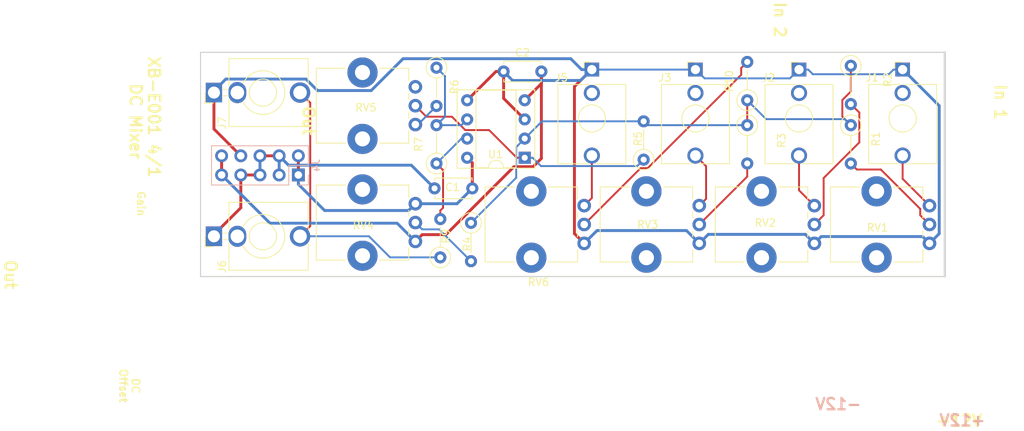
<source format=kicad_pcb>
(kicad_pcb (version 20171130) (host pcbnew "(5.1.0)-1")

  (general
    (thickness 1.6)
    (drawings 16)
    (tracks 169)
    (zones 0)
    (modules 25)
    (nets 19)
  )

  (page A4)
  (layers
    (0 F.Cu signal)
    (31 B.Cu signal)
    (32 B.Adhes user)
    (33 F.Adhes user)
    (34 B.Paste user)
    (35 F.Paste user)
    (36 B.SilkS user)
    (37 F.SilkS user)
    (38 B.Mask user)
    (39 F.Mask user)
    (40 Dwgs.User user)
    (41 Cmts.User user)
    (42 Eco1.User user)
    (43 Eco2.User user)
    (44 Edge.Cuts user)
    (45 Margin user)
    (46 B.CrtYd user)
    (47 F.CrtYd user)
    (48 B.Fab user)
    (49 F.Fab user)
  )

  (setup
    (last_trace_width 0.381)
    (user_trace_width 0.381)
    (trace_clearance 0.2)
    (zone_clearance 0.508)
    (zone_45_only no)
    (trace_min 0.2)
    (via_size 0.8)
    (via_drill 0.4)
    (via_min_size 0.4)
    (via_min_drill 0.3)
    (uvia_size 0.3)
    (uvia_drill 0.1)
    (uvias_allowed no)
    (uvia_min_size 0.2)
    (uvia_min_drill 0.1)
    (edge_width 0.15)
    (segment_width 0.2)
    (pcb_text_width 0.3)
    (pcb_text_size 1.5 1.5)
    (mod_edge_width 0.15)
    (mod_text_size 1 1)
    (mod_text_width 0.15)
    (pad_size 2.8 2.35)
    (pad_drill 1.8)
    (pad_to_mask_clearance 0.051)
    (solder_mask_min_width 0.25)
    (aux_axis_origin 0 0)
    (visible_elements 7FFFFFFF)
    (pcbplotparams
      (layerselection 0x010fc_ffffffff)
      (usegerberextensions false)
      (usegerberattributes false)
      (usegerberadvancedattributes false)
      (creategerberjobfile false)
      (excludeedgelayer true)
      (linewidth 0.100000)
      (plotframeref false)
      (viasonmask false)
      (mode 1)
      (useauxorigin false)
      (hpglpennumber 1)
      (hpglpenspeed 20)
      (hpglpendiameter 15.000000)
      (psnegative false)
      (psa4output false)
      (plotreference true)
      (plotvalue true)
      (plotinvisibletext false)
      (padsonsilk false)
      (subtractmaskfromsilk false)
      (outputformat 1)
      (mirror false)
      (drillshape 0)
      (scaleselection 1)
      (outputdirectory "euro_format_mixer/"))
  )

  (net 0 "")
  (net 1 +12V)
  (net 2 GND)
  (net 3 -12V)
  (net 4 "Net-(C3-Pad1)")
  (net 5 "Net-(C3-Pad2)")
  (net 6 "Net-(C4-Pad1)")
  (net 7 "Net-(C4-Pad2)")
  (net 8 "Net-(R1-Pad2)")
  (net 9 "Net-(R2-Pad2)")
  (net 10 "Net-(R3-Pad2)")
  (net 11 "Net-(R4-Pad2)")
  (net 12 "Net-(R6-Pad2)")
  (net 13 "Net-(J6-PadT)")
  (net 14 "Net-(J1-PadT)")
  (net 15 "Net-(J2-PadT)")
  (net 16 "Net-(J3-PadT)")
  (net 17 "Net-(J5-PadT)")
  (net 18 "Net-(R10-Pad2)")

  (net_class Default "This is the default net class."
    (clearance 0.2)
    (trace_width 0.25)
    (via_dia 0.8)
    (via_drill 0.4)
    (uvia_dia 0.3)
    (uvia_drill 0.1)
    (add_net +12V)
    (add_net -12V)
    (add_net GND)
    (add_net "Net-(C3-Pad1)")
    (add_net "Net-(C3-Pad2)")
    (add_net "Net-(C4-Pad1)")
    (add_net "Net-(C4-Pad2)")
    (add_net "Net-(J1-PadT)")
    (add_net "Net-(J2-PadT)")
    (add_net "Net-(J3-PadT)")
    (add_net "Net-(J5-PadT)")
    (add_net "Net-(J6-PadT)")
    (add_net "Net-(R1-Pad2)")
    (add_net "Net-(R10-Pad2)")
    (add_net "Net-(R2-Pad2)")
    (add_net "Net-(R3-Pad2)")
    (add_net "Net-(R4-Pad2)")
    (add_net "Net-(R6-Pad2)")
  )

  (module Connector_Audio:Jack_3.5mm_QingPu_WQP-PJ398SM_Vertical_CircularHoles (layer F.Cu) (tedit 5C2B6BB2) (tstamp 5CE3C877)
    (at 164.592 67.818)
    (descr "TRS 3.5mm, vertical, Thonkiconn, PCB mount, (http://www.qingpu-electronics.com/en/products/WQP-PJ398SM-362.html)")
    (tags "WQP-PJ398SM WQP-PJ301M-12 TRS 3.5mm mono vertical jack thonkiconn qingpu")
    (path /5CE3748E)
    (fp_text reference J5 (at -4.03 1.08 180) (layer F.SilkS)
      (effects (font (size 1 1) (thickness 0.15)))
    )
    (fp_text value In4 (at 0 5 180) (layer F.Fab)
      (effects (font (size 1 1) (thickness 0.15)))
    )
    (fp_line (start 0 0) (end 0 2.03) (layer F.Fab) (width 0.1))
    (fp_circle (center 0 6.48) (end 1.8 6.48) (layer F.Fab) (width 0.1))
    (fp_line (start 4.5 2.03) (end -4.5 2.03) (layer F.Fab) (width 0.1))
    (fp_line (start 5 -1.42) (end -5 -1.42) (layer F.CrtYd) (width 0.05))
    (fp_line (start 5 12.98) (end -5 12.98) (layer F.CrtYd) (width 0.05))
    (fp_line (start 5 12.98) (end 5 -1.42) (layer F.CrtYd) (width 0.05))
    (fp_line (start 4.5 12.48) (end -4.5 12.48) (layer F.Fab) (width 0.1))
    (fp_line (start 4.5 12.48) (end 4.5 2.08) (layer F.Fab) (width 0.1))
    (fp_line (start -1.06 -1) (end -0.2 -1) (layer F.SilkS) (width 0.12))
    (fp_line (start -1.06 -1) (end -1.06 -0.2) (layer F.SilkS) (width 0.12))
    (fp_circle (center 0 6.48) (end 1.8 6.48) (layer F.SilkS) (width 0.12))
    (fp_line (start -0.35 1.98) (end -4.5 1.98) (layer F.SilkS) (width 0.12))
    (fp_line (start 4.5 1.98) (end 0.35 1.98) (layer F.SilkS) (width 0.12))
    (fp_line (start -0.5 12.48) (end -4.5 12.48) (layer F.SilkS) (width 0.12))
    (fp_line (start 4.5 12.48) (end 0.5 12.48) (layer F.SilkS) (width 0.12))
    (fp_line (start -1.41 6.02) (end -0.46 5.07) (layer Dwgs.User) (width 0.12))
    (fp_line (start -1.42 6.875) (end 0.4 5.06) (layer Dwgs.User) (width 0.12))
    (fp_line (start -1.07 7.49) (end 1.01 5.41) (layer Dwgs.User) (width 0.12))
    (fp_line (start -0.58 7.83) (end 1.36 5.89) (layer Dwgs.User) (width 0.12))
    (fp_line (start 0.09 7.96) (end 1.48 6.57) (layer Dwgs.User) (width 0.12))
    (fp_circle (center 0 6.48) (end 1.5 6.48) (layer Dwgs.User) (width 0.12))
    (fp_line (start 4.5 1.98) (end 4.5 12.48) (layer F.SilkS) (width 0.12))
    (fp_line (start -4.5 1.98) (end -4.5 12.48) (layer F.SilkS) (width 0.12))
    (fp_text user %R (at 0 8 180) (layer F.Fab)
      (effects (font (size 1 1) (thickness 0.15)))
    )
    (fp_line (start -4.5 12.48) (end -4.5 2.08) (layer F.Fab) (width 0.1))
    (fp_line (start -5 12.98) (end -5 -1.42) (layer F.CrtYd) (width 0.05))
    (fp_text user KEEPOUT (at 0 6.48) (layer Cmts.User)
      (effects (font (size 0.4 0.4) (thickness 0.051)))
    )
    (pad T thru_hole circle (at 0 11.4 180) (size 2.13 2.13) (drill 1.43) (layers *.Cu *.Mask)
      (net 17 "Net-(J5-PadT)"))
    (pad S thru_hole rect (at 0 0 180) (size 1.93 1.83) (drill 1.22) (layers *.Cu *.Mask)
      (net 2 GND))
    (pad TN thru_hole circle (at 0 3.1 180) (size 2.13 2.13) (drill 1.42) (layers *.Cu *.Mask))
    (model ${KISYS3DMOD}/Connector_Audio.3dshapes/Jack_3.5mm_QingPu_WQP-PJ398SM_Vertical.wrl
      (at (xyz 0 0 0))
      (scale (xyz 1 1 1))
      (rotate (xyz 0 0 0))
    )
  )

  (module Connector_Audio:Jack_3.5mm_QingPu_WQP-PJ398SM_Vertical_CircularHoles (layer F.Cu) (tedit 5C2B6BB2) (tstamp 5CE3C817)
    (at 178.308 67.818)
    (descr "TRS 3.5mm, vertical, Thonkiconn, PCB mount, (http://www.qingpu-electronics.com/en/products/WQP-PJ398SM-362.html)")
    (tags "WQP-PJ398SM WQP-PJ301M-12 TRS 3.5mm mono vertical jack thonkiconn qingpu")
    (path /5C3C444B)
    (fp_text reference J3 (at -4.03 1.08 180) (layer F.SilkS)
      (effects (font (size 1 1) (thickness 0.15)))
    )
    (fp_text value In3 (at 0 5 180) (layer F.Fab)
      (effects (font (size 1 1) (thickness 0.15)))
    )
    (fp_line (start 0 0) (end 0 2.03) (layer F.Fab) (width 0.1))
    (fp_circle (center 0 6.48) (end 1.8 6.48) (layer F.Fab) (width 0.1))
    (fp_line (start 4.5 2.03) (end -4.5 2.03) (layer F.Fab) (width 0.1))
    (fp_line (start 5 -1.42) (end -5 -1.42) (layer F.CrtYd) (width 0.05))
    (fp_line (start 5 12.98) (end -5 12.98) (layer F.CrtYd) (width 0.05))
    (fp_line (start 5 12.98) (end 5 -1.42) (layer F.CrtYd) (width 0.05))
    (fp_line (start 4.5 12.48) (end -4.5 12.48) (layer F.Fab) (width 0.1))
    (fp_line (start 4.5 12.48) (end 4.5 2.08) (layer F.Fab) (width 0.1))
    (fp_line (start -1.06 -1) (end -0.2 -1) (layer F.SilkS) (width 0.12))
    (fp_line (start -1.06 -1) (end -1.06 -0.2) (layer F.SilkS) (width 0.12))
    (fp_circle (center 0 6.48) (end 1.8 6.48) (layer F.SilkS) (width 0.12))
    (fp_line (start -0.35 1.98) (end -4.5 1.98) (layer F.SilkS) (width 0.12))
    (fp_line (start 4.5 1.98) (end 0.35 1.98) (layer F.SilkS) (width 0.12))
    (fp_line (start -0.5 12.48) (end -4.5 12.48) (layer F.SilkS) (width 0.12))
    (fp_line (start 4.5 12.48) (end 0.5 12.48) (layer F.SilkS) (width 0.12))
    (fp_line (start -1.41 6.02) (end -0.46 5.07) (layer Dwgs.User) (width 0.12))
    (fp_line (start -1.42 6.875) (end 0.4 5.06) (layer Dwgs.User) (width 0.12))
    (fp_line (start -1.07 7.49) (end 1.01 5.41) (layer Dwgs.User) (width 0.12))
    (fp_line (start -0.58 7.83) (end 1.36 5.89) (layer Dwgs.User) (width 0.12))
    (fp_line (start 0.09 7.96) (end 1.48 6.57) (layer Dwgs.User) (width 0.12))
    (fp_circle (center 0 6.48) (end 1.5 6.48) (layer Dwgs.User) (width 0.12))
    (fp_line (start 4.5 1.98) (end 4.5 12.48) (layer F.SilkS) (width 0.12))
    (fp_line (start -4.5 1.98) (end -4.5 12.48) (layer F.SilkS) (width 0.12))
    (fp_text user %R (at 0 8 180) (layer F.Fab)
      (effects (font (size 1 1) (thickness 0.15)))
    )
    (fp_line (start -4.5 12.48) (end -4.5 2.08) (layer F.Fab) (width 0.1))
    (fp_line (start -5 12.98) (end -5 -1.42) (layer F.CrtYd) (width 0.05))
    (fp_text user KEEPOUT (at 0 6.48) (layer Cmts.User)
      (effects (font (size 0.4 0.4) (thickness 0.051)))
    )
    (pad T thru_hole circle (at 0 11.4 180) (size 2.13 2.13) (drill 1.43) (layers *.Cu *.Mask)
      (net 16 "Net-(J3-PadT)"))
    (pad S thru_hole rect (at 0 0 180) (size 1.93 1.83) (drill 1.22) (layers *.Cu *.Mask)
      (net 2 GND))
    (pad TN thru_hole circle (at 0 3.1 180) (size 2.13 2.13) (drill 1.42) (layers *.Cu *.Mask))
    (model ${KISYS3DMOD}/Connector_Audio.3dshapes/Jack_3.5mm_QingPu_WQP-PJ398SM_Vertical.wrl
      (at (xyz 0 0 0))
      (scale (xyz 1 1 1))
      (rotate (xyz 0 0 0))
    )
  )

  (module Connector_Audio:Jack_3.5mm_QingPu_WQP-PJ398SM_Vertical_CircularHoles (layer F.Cu) (tedit 5C2B6BB2) (tstamp 5CE3C7F5)
    (at 192.024 67.818)
    (descr "TRS 3.5mm, vertical, Thonkiconn, PCB mount, (http://www.qingpu-electronics.com/en/products/WQP-PJ398SM-362.html)")
    (tags "WQP-PJ398SM WQP-PJ301M-12 TRS 3.5mm mono vertical jack thonkiconn qingpu")
    (path /5C3C408A)
    (fp_text reference J2 (at -4.03 1.08 180) (layer F.SilkS)
      (effects (font (size 1 1) (thickness 0.15)))
    )
    (fp_text value In2 (at 0 5 180) (layer F.Fab)
      (effects (font (size 1 1) (thickness 0.15)))
    )
    (fp_line (start 0 0) (end 0 2.03) (layer F.Fab) (width 0.1))
    (fp_circle (center 0 6.48) (end 1.8 6.48) (layer F.Fab) (width 0.1))
    (fp_line (start 4.5 2.03) (end -4.5 2.03) (layer F.Fab) (width 0.1))
    (fp_line (start 5 -1.42) (end -5 -1.42) (layer F.CrtYd) (width 0.05))
    (fp_line (start 5 12.98) (end -5 12.98) (layer F.CrtYd) (width 0.05))
    (fp_line (start 5 12.98) (end 5 -1.42) (layer F.CrtYd) (width 0.05))
    (fp_line (start 4.5 12.48) (end -4.5 12.48) (layer F.Fab) (width 0.1))
    (fp_line (start 4.5 12.48) (end 4.5 2.08) (layer F.Fab) (width 0.1))
    (fp_line (start -1.06 -1) (end -0.2 -1) (layer F.SilkS) (width 0.12))
    (fp_line (start -1.06 -1) (end -1.06 -0.2) (layer F.SilkS) (width 0.12))
    (fp_circle (center 0 6.48) (end 1.8 6.48) (layer F.SilkS) (width 0.12))
    (fp_line (start -0.35 1.98) (end -4.5 1.98) (layer F.SilkS) (width 0.12))
    (fp_line (start 4.5 1.98) (end 0.35 1.98) (layer F.SilkS) (width 0.12))
    (fp_line (start -0.5 12.48) (end -4.5 12.48) (layer F.SilkS) (width 0.12))
    (fp_line (start 4.5 12.48) (end 0.5 12.48) (layer F.SilkS) (width 0.12))
    (fp_line (start -1.41 6.02) (end -0.46 5.07) (layer Dwgs.User) (width 0.12))
    (fp_line (start -1.42 6.875) (end 0.4 5.06) (layer Dwgs.User) (width 0.12))
    (fp_line (start -1.07 7.49) (end 1.01 5.41) (layer Dwgs.User) (width 0.12))
    (fp_line (start -0.58 7.83) (end 1.36 5.89) (layer Dwgs.User) (width 0.12))
    (fp_line (start 0.09 7.96) (end 1.48 6.57) (layer Dwgs.User) (width 0.12))
    (fp_circle (center 0 6.48) (end 1.5 6.48) (layer Dwgs.User) (width 0.12))
    (fp_line (start 4.5 1.98) (end 4.5 12.48) (layer F.SilkS) (width 0.12))
    (fp_line (start -4.5 1.98) (end -4.5 12.48) (layer F.SilkS) (width 0.12))
    (fp_text user %R (at 0 8 180) (layer F.Fab)
      (effects (font (size 1 1) (thickness 0.15)))
    )
    (fp_line (start -4.5 12.48) (end -4.5 2.08) (layer F.Fab) (width 0.1))
    (fp_line (start -5 12.98) (end -5 -1.42) (layer F.CrtYd) (width 0.05))
    (fp_text user KEEPOUT (at 0 6.48) (layer Cmts.User)
      (effects (font (size 0.4 0.4) (thickness 0.051)))
    )
    (pad T thru_hole circle (at 0 11.4 180) (size 2.13 2.13) (drill 1.43) (layers *.Cu *.Mask)
      (net 15 "Net-(J2-PadT)"))
    (pad S thru_hole rect (at 0 0 180) (size 1.93 1.83) (drill 1.22) (layers *.Cu *.Mask)
      (net 2 GND))
    (pad TN thru_hole circle (at 0 3.1 180) (size 2.13 2.13) (drill 1.42) (layers *.Cu *.Mask))
    (model ${KISYS3DMOD}/Connector_Audio.3dshapes/Jack_3.5mm_QingPu_WQP-PJ398SM_Vertical.wrl
      (at (xyz 0 0 0))
      (scale (xyz 1 1 1))
      (rotate (xyz 0 0 0))
    )
  )

  (module Connector_Audio:Jack_3.5mm_QingPu_WQP-PJ398SM_Vertical_CircularHoles (layer F.Cu) (tedit 5C2B6BB2) (tstamp 5CE3C7D3)
    (at 205.74 67.818)
    (descr "TRS 3.5mm, vertical, Thonkiconn, PCB mount, (http://www.qingpu-electronics.com/en/products/WQP-PJ398SM-362.html)")
    (tags "WQP-PJ398SM WQP-PJ301M-12 TRS 3.5mm mono vertical jack thonkiconn qingpu")
    (path /5C3C3F59)
    (fp_text reference J1 (at -4.03 1.08 180) (layer F.SilkS)
      (effects (font (size 1 1) (thickness 0.15)))
    )
    (fp_text value In1 (at 0 5 180) (layer F.Fab)
      (effects (font (size 1 1) (thickness 0.15)))
    )
    (fp_line (start 0 0) (end 0 2.03) (layer F.Fab) (width 0.1))
    (fp_circle (center 0 6.48) (end 1.8 6.48) (layer F.Fab) (width 0.1))
    (fp_line (start 4.5 2.03) (end -4.5 2.03) (layer F.Fab) (width 0.1))
    (fp_line (start 5 -1.42) (end -5 -1.42) (layer F.CrtYd) (width 0.05))
    (fp_line (start 5 12.98) (end -5 12.98) (layer F.CrtYd) (width 0.05))
    (fp_line (start 5 12.98) (end 5 -1.42) (layer F.CrtYd) (width 0.05))
    (fp_line (start 4.5 12.48) (end -4.5 12.48) (layer F.Fab) (width 0.1))
    (fp_line (start 4.5 12.48) (end 4.5 2.08) (layer F.Fab) (width 0.1))
    (fp_line (start -1.06 -1) (end -0.2 -1) (layer F.SilkS) (width 0.12))
    (fp_line (start -1.06 -1) (end -1.06 -0.2) (layer F.SilkS) (width 0.12))
    (fp_circle (center 0 6.48) (end 1.8 6.48) (layer F.SilkS) (width 0.12))
    (fp_line (start -0.35 1.98) (end -4.5 1.98) (layer F.SilkS) (width 0.12))
    (fp_line (start 4.5 1.98) (end 0.35 1.98) (layer F.SilkS) (width 0.12))
    (fp_line (start -0.5 12.48) (end -4.5 12.48) (layer F.SilkS) (width 0.12))
    (fp_line (start 4.5 12.48) (end 0.5 12.48) (layer F.SilkS) (width 0.12))
    (fp_line (start -1.41 6.02) (end -0.46 5.07) (layer Dwgs.User) (width 0.12))
    (fp_line (start -1.42 6.875) (end 0.4 5.06) (layer Dwgs.User) (width 0.12))
    (fp_line (start -1.07 7.49) (end 1.01 5.41) (layer Dwgs.User) (width 0.12))
    (fp_line (start -0.58 7.83) (end 1.36 5.89) (layer Dwgs.User) (width 0.12))
    (fp_line (start 0.09 7.96) (end 1.48 6.57) (layer Dwgs.User) (width 0.12))
    (fp_circle (center 0 6.48) (end 1.5 6.48) (layer Dwgs.User) (width 0.12))
    (fp_line (start 4.5 1.98) (end 4.5 12.48) (layer F.SilkS) (width 0.12))
    (fp_line (start -4.5 1.98) (end -4.5 12.48) (layer F.SilkS) (width 0.12))
    (fp_text user %R (at 0 8 180) (layer F.Fab)
      (effects (font (size 1 1) (thickness 0.15)))
    )
    (fp_line (start -4.5 12.48) (end -4.5 2.08) (layer F.Fab) (width 0.1))
    (fp_line (start -5 12.98) (end -5 -1.42) (layer F.CrtYd) (width 0.05))
    (fp_text user KEEPOUT (at 0 6.48) (layer Cmts.User)
      (effects (font (size 0.4 0.4) (thickness 0.051)))
    )
    (pad T thru_hole circle (at 0 11.4 180) (size 2.13 2.13) (drill 1.43) (layers *.Cu *.Mask)
      (net 14 "Net-(J1-PadT)"))
    (pad S thru_hole rect (at 0 0 180) (size 1.93 1.83) (drill 1.22) (layers *.Cu *.Mask)
      (net 2 GND))
    (pad TN thru_hole circle (at 0 3.1 180) (size 2.13 2.13) (drill 1.42) (layers *.Cu *.Mask))
    (model ${KISYS3DMOD}/Connector_Audio.3dshapes/Jack_3.5mm_QingPu_WQP-PJ398SM_Vertical.wrl
      (at (xyz 0 0 0))
      (scale (xyz 1 1 1))
      (rotate (xyz 0 0 0))
    )
  )

  (module Resistor_THT:R_Axial_DIN0207_L6.3mm_D2.5mm_P5.08mm_Vertical (layer F.Cu) (tedit 5AE5139B) (tstamp 5C9510F6)
    (at 198.882 75.184 270)
    (descr "Resistor, Axial_DIN0207 series, Axial, Vertical, pin pitch=5.08mm, 0.25W = 1/4W, length*diameter=6.3*2.5mm^2, http://cdn-reichelt.de/documents/datenblatt/B400/1_4W%23YAG.pdf")
    (tags "Resistor Axial_DIN0207 series Axial Vertical pin pitch 5.08mm 0.25W = 1/4W length 6.3mm diameter 2.5mm")
    (path /5C3C39AA)
    (fp_text reference R1 (at 1.8288 -3.3274 270) (layer F.SilkS)
      (effects (font (size 1 1) (thickness 0.15)))
    )
    (fp_text value 100K (at 2.54 2.37 270) (layer F.Fab)
      (effects (font (size 1 1) (thickness 0.15)))
    )
    (fp_text user %R (at 2.54 -2.37 270) (layer F.Fab)
      (effects (font (size 1 1) (thickness 0.15)))
    )
    (fp_line (start 6.13 -1.5) (end -1.5 -1.5) (layer F.CrtYd) (width 0.05))
    (fp_line (start 6.13 1.5) (end 6.13 -1.5) (layer F.CrtYd) (width 0.05))
    (fp_line (start -1.5 1.5) (end 6.13 1.5) (layer F.CrtYd) (width 0.05))
    (fp_line (start -1.5 -1.5) (end -1.5 1.5) (layer F.CrtYd) (width 0.05))
    (fp_line (start 1.37 0) (end 3.98 0) (layer F.SilkS) (width 0.12))
    (fp_line (start 0 0) (end 5.08 0) (layer F.Fab) (width 0.1))
    (fp_circle (center 0 0) (end 1.37 0) (layer F.SilkS) (width 0.12))
    (fp_circle (center 0 0) (end 1.25 0) (layer F.Fab) (width 0.1))
    (pad 2 thru_hole oval (at 5.08 0 270) (size 1.6 1.6) (drill 0.8) (layers *.Cu *.Mask)
      (net 8 "Net-(R1-Pad2)"))
    (pad 1 thru_hole circle (at 0 0 270) (size 1.6 1.6) (drill 0.8) (layers *.Cu *.Mask)
      (net 5 "Net-(C3-Pad2)"))
    (model ${KISYS3DMOD}/Resistor_THT.3dshapes/R_Axial_DIN0207_L6.3mm_D2.5mm_P5.08mm_Vertical.wrl
      (at (xyz 0 0 0))
      (scale (xyz 1 1 1))
      (rotate (xyz 0 0 0))
    )
  )

  (module Potentiometer_THT:Potentiometer_Bourns_PTV09A-1_Single_Vertical (layer F.Cu) (tedit 5A3D4993) (tstamp 5C9511CD)
    (at 141.224 70.104 180)
    (descr "Potentiometer, vertical, Bourns PTV09A-1 Single, http://www.bourns.com/docs/Product-Datasheets/ptv09.pdf")
    (tags "Potentiometer vertical Bourns PTV09A-1 Single")
    (path /5C3C502C)
    (fp_text reference RV5 (at 6.5532 -2.7432 180) (layer F.SilkS)
      (effects (font (size 1 1) (thickness 0.15)))
    )
    (fp_text value 104B (at 6.05 5.15 180) (layer F.Fab)
      (effects (font (size 1 1) (thickness 0.15)))
    )
    (fp_circle (center 7.5 -2.5) (end 10.5 -2.5) (layer F.Fab) (width 0.1))
    (fp_line (start 1 -7.35) (end 1 2.35) (layer F.Fab) (width 0.1))
    (fp_line (start 1 2.35) (end 13 2.35) (layer F.Fab) (width 0.1))
    (fp_line (start 13 2.35) (end 13 -7.35) (layer F.Fab) (width 0.1))
    (fp_line (start 13 -7.35) (end 1 -7.35) (layer F.Fab) (width 0.1))
    (fp_line (start 0.88 -7.47) (end 4.745 -7.47) (layer F.SilkS) (width 0.12))
    (fp_line (start 9.255 -7.47) (end 13.12 -7.47) (layer F.SilkS) (width 0.12))
    (fp_line (start 0.88 2.47) (end 4.745 2.47) (layer F.SilkS) (width 0.12))
    (fp_line (start 9.255 2.47) (end 13.12 2.47) (layer F.SilkS) (width 0.12))
    (fp_line (start 0.88 -7.47) (end 0.88 -5.871) (layer F.SilkS) (width 0.12))
    (fp_line (start 0.88 -4.129) (end 0.88 -3.37) (layer F.SilkS) (width 0.12))
    (fp_line (start 0.88 -1.629) (end 0.88 -0.87) (layer F.SilkS) (width 0.12))
    (fp_line (start 0.88 0.87) (end 0.88 2.47) (layer F.SilkS) (width 0.12))
    (fp_line (start 13.12 -7.47) (end 13.12 2.47) (layer F.SilkS) (width 0.12))
    (fp_line (start -1.15 -9.15) (end -1.15 4.15) (layer F.CrtYd) (width 0.05))
    (fp_line (start -1.15 4.15) (end 13.25 4.15) (layer F.CrtYd) (width 0.05))
    (fp_line (start 13.25 4.15) (end 13.25 -9.15) (layer F.CrtYd) (width 0.05))
    (fp_line (start 13.25 -9.15) (end -1.15 -9.15) (layer F.CrtYd) (width 0.05))
    (fp_text user %R (at 2 -2.5 270) (layer F.Fab)
      (effects (font (size 1 1) (thickness 0.15)))
    )
    (pad 3 thru_hole circle (at 0 -5 180) (size 1.8 1.8) (drill 1) (layers *.Cu *.Mask)
      (net 12 "Net-(R6-Pad2)"))
    (pad 2 thru_hole circle (at 0 -2.5 180) (size 1.8 1.8) (drill 1) (layers *.Cu *.Mask)
      (net 4 "Net-(C3-Pad1)"))
    (pad 1 thru_hole circle (at 0 0 180) (size 1.8 1.8) (drill 1) (layers *.Cu *.Mask))
    (pad "" np_thru_hole circle (at 7 -6.9 180) (size 4 4) (drill 2) (layers *.Cu *.Mask))
    (pad "" np_thru_hole circle (at 7 1.9 180) (size 4 4) (drill 2) (layers *.Cu *.Mask))
    (model ${KISYS3DMOD}/Potentiometer_THT.3dshapes/Potentiometer_Bourns_PTV09A-1_Single_Vertical.wrl
      (at (xyz 0 0 0))
      (scale (xyz 1 1 1))
      (rotate (xyz 0 0 0))
    )
  )

  (module Resistor_THT:R_Axial_DIN0207_L6.3mm_D2.5mm_P5.08mm_Vertical (layer F.Cu) (tedit 5AE5139B) (tstamp 5CE386E2)
    (at 185.166 71.882 90)
    (descr "Resistor, Axial_DIN0207 series, Axial, Vertical, pin pitch=5.08mm, 0.25W = 1/4W, length*diameter=6.3*2.5mm^2, http://cdn-reichelt.de/documents/datenblatt/B400/1_4W%23YAG.pdf")
    (tags "Resistor Axial_DIN0207 series Axial Vertical pin pitch 5.08mm 0.25W = 1/4W length 6.3mm diameter 2.5mm")
    (path /5CE3ADD7)
    (fp_text reference R10 (at 2.54 -2.37 90) (layer F.SilkS)
      (effects (font (size 1 1) (thickness 0.15)))
    )
    (fp_text value 100K (at 2.54 2.37 90) (layer F.Fab)
      (effects (font (size 1 1) (thickness 0.15)))
    )
    (fp_text user %R (at 2.54 -2.37 90) (layer F.Fab)
      (effects (font (size 1 1) (thickness 0.15)))
    )
    (fp_line (start 6.13 -1.5) (end -1.5 -1.5) (layer F.CrtYd) (width 0.05))
    (fp_line (start 6.13 1.5) (end 6.13 -1.5) (layer F.CrtYd) (width 0.05))
    (fp_line (start -1.5 1.5) (end 6.13 1.5) (layer F.CrtYd) (width 0.05))
    (fp_line (start -1.5 -1.5) (end -1.5 1.5) (layer F.CrtYd) (width 0.05))
    (fp_line (start 1.37 0) (end 3.98 0) (layer F.SilkS) (width 0.12))
    (fp_line (start 0 0) (end 5.08 0) (layer F.Fab) (width 0.1))
    (fp_circle (center 0 0) (end 1.37 0) (layer F.SilkS) (width 0.12))
    (fp_circle (center 0 0) (end 1.25 0) (layer F.Fab) (width 0.1))
    (pad 2 thru_hole oval (at 5.08 0 90) (size 1.6 1.6) (drill 0.8) (layers *.Cu *.Mask)
      (net 18 "Net-(R10-Pad2)"))
    (pad 1 thru_hole circle (at 0 0 90) (size 1.6 1.6) (drill 0.8) (layers *.Cu *.Mask)
      (net 5 "Net-(C3-Pad2)"))
    (model ${KISYS3DMOD}/Resistor_THT.3dshapes/R_Axial_DIN0207_L6.3mm_D2.5mm_P5.08mm_Vertical.wrl
      (at (xyz 0 0 0))
      (scale (xyz 1 1 1))
      (rotate (xyz 0 0 0))
    )
  )

  (module Potentiometer_THT:Potentiometer_Bourns_PTV09A-1_Single_Vertical (layer F.Cu) (tedit 5A3D4993) (tstamp 5CE3880C)
    (at 163.576 85.852 180)
    (descr "Potentiometer, vertical, Bourns PTV09A-1 Single, http://www.bourns.com/docs/Product-Datasheets/ptv09.pdf")
    (tags "Potentiometer vertical Bourns PTV09A-1 Single")
    (path /5CE37479)
    (fp_text reference RV6 (at 6.05 -10.15 180) (layer F.SilkS)
      (effects (font (size 1 1) (thickness 0.15)))
    )
    (fp_text value 104B (at 6.05 5.15 180) (layer F.Fab)
      (effects (font (size 1 1) (thickness 0.15)))
    )
    (fp_text user %R (at 2 -2.5 270) (layer F.Fab)
      (effects (font (size 1 1) (thickness 0.15)))
    )
    (fp_line (start 13.25 -9.15) (end -1.15 -9.15) (layer F.CrtYd) (width 0.05))
    (fp_line (start 13.25 4.15) (end 13.25 -9.15) (layer F.CrtYd) (width 0.05))
    (fp_line (start -1.15 4.15) (end 13.25 4.15) (layer F.CrtYd) (width 0.05))
    (fp_line (start -1.15 -9.15) (end -1.15 4.15) (layer F.CrtYd) (width 0.05))
    (fp_line (start 13.12 -7.47) (end 13.12 2.47) (layer F.SilkS) (width 0.12))
    (fp_line (start 0.88 0.87) (end 0.88 2.47) (layer F.SilkS) (width 0.12))
    (fp_line (start 0.88 -1.629) (end 0.88 -0.87) (layer F.SilkS) (width 0.12))
    (fp_line (start 0.88 -4.129) (end 0.88 -3.37) (layer F.SilkS) (width 0.12))
    (fp_line (start 0.88 -7.47) (end 0.88 -5.871) (layer F.SilkS) (width 0.12))
    (fp_line (start 9.255 2.47) (end 13.12 2.47) (layer F.SilkS) (width 0.12))
    (fp_line (start 0.88 2.47) (end 4.745 2.47) (layer F.SilkS) (width 0.12))
    (fp_line (start 9.255 -7.47) (end 13.12 -7.47) (layer F.SilkS) (width 0.12))
    (fp_line (start 0.88 -7.47) (end 4.745 -7.47) (layer F.SilkS) (width 0.12))
    (fp_line (start 13 -7.35) (end 1 -7.35) (layer F.Fab) (width 0.1))
    (fp_line (start 13 2.35) (end 13 -7.35) (layer F.Fab) (width 0.1))
    (fp_line (start 1 2.35) (end 13 2.35) (layer F.Fab) (width 0.1))
    (fp_line (start 1 -7.35) (end 1 2.35) (layer F.Fab) (width 0.1))
    (fp_circle (center 7.5 -2.5) (end 10.5 -2.5) (layer F.Fab) (width 0.1))
    (pad "" np_thru_hole circle (at 7 1.9 180) (size 4 4) (drill 2) (layers *.Cu *.Mask))
    (pad "" np_thru_hole circle (at 7 -6.9 180) (size 4 4) (drill 2) (layers *.Cu *.Mask))
    (pad 1 thru_hole circle (at 0 0 180) (size 1.8 1.8) (drill 1) (layers *.Cu *.Mask)
      (net 17 "Net-(J5-PadT)"))
    (pad 2 thru_hole circle (at 0 -2.5 180) (size 1.8 1.8) (drill 1) (layers *.Cu *.Mask)
      (net 18 "Net-(R10-Pad2)"))
    (pad 3 thru_hole circle (at 0 -5 180) (size 1.8 1.8) (drill 1) (layers *.Cu *.Mask)
      (net 2 GND))
    (model ${KISYS3DMOD}/Potentiometer_THT.3dshapes/Potentiometer_Bourns_PTV09A-1_Single_Vertical.wrl
      (at (xyz 0 0 0))
      (scale (xyz 1 1 1))
      (rotate (xyz 0 0 0))
    )
  )

  (module Connector_PinHeader_2.54mm:PinHeader_2x05_P2.54mm_Vertical (layer B.Cu) (tedit 59FED5CC) (tstamp 5C99EC83)
    (at 125.73 81.788 90)
    (descr "Through hole straight pin header, 2x05, 2.54mm pitch, double rows")
    (tags "Through hole pin header THT 2x05 2.54mm double row")
    (path /5C8E6099)
    (fp_text reference J4 (at 1.27 2.33 90) (layer B.SilkS)
      (effects (font (size 1 1) (thickness 0.15)) (justify mirror))
    )
    (fp_text value europower (at 1.27 -12.49 90) (layer B.Fab)
      (effects (font (size 1 1) (thickness 0.15)) (justify mirror))
    )
    (fp_line (start 0 1.27) (end 3.81 1.27) (layer B.Fab) (width 0.1))
    (fp_line (start 3.81 1.27) (end 3.81 -11.43) (layer B.Fab) (width 0.1))
    (fp_line (start 3.81 -11.43) (end -1.27 -11.43) (layer B.Fab) (width 0.1))
    (fp_line (start -1.27 -11.43) (end -1.27 0) (layer B.Fab) (width 0.1))
    (fp_line (start -1.27 0) (end 0 1.27) (layer B.Fab) (width 0.1))
    (fp_line (start -1.33 -11.49) (end 3.87 -11.49) (layer B.SilkS) (width 0.12))
    (fp_line (start -1.33 -1.27) (end -1.33 -11.49) (layer B.SilkS) (width 0.12))
    (fp_line (start 3.87 1.33) (end 3.87 -11.49) (layer B.SilkS) (width 0.12))
    (fp_line (start -1.33 -1.27) (end 1.27 -1.27) (layer B.SilkS) (width 0.12))
    (fp_line (start 1.27 -1.27) (end 1.27 1.33) (layer B.SilkS) (width 0.12))
    (fp_line (start 1.27 1.33) (end 3.87 1.33) (layer B.SilkS) (width 0.12))
    (fp_line (start -1.33 0) (end -1.33 1.33) (layer B.SilkS) (width 0.12))
    (fp_line (start -1.33 1.33) (end 0 1.33) (layer B.SilkS) (width 0.12))
    (fp_line (start -1.8 1.8) (end -1.8 -11.95) (layer B.CrtYd) (width 0.05))
    (fp_line (start -1.8 -11.95) (end 4.35 -11.95) (layer B.CrtYd) (width 0.05))
    (fp_line (start 4.35 -11.95) (end 4.35 1.8) (layer B.CrtYd) (width 0.05))
    (fp_line (start 4.35 1.8) (end -1.8 1.8) (layer B.CrtYd) (width 0.05))
    (fp_text user %R (at 1.27 -5.08) (layer B.Fab)
      (effects (font (size 1 1) (thickness 0.15)) (justify mirror))
    )
    (pad 1 thru_hole rect (at 0 0 90) (size 1.7 1.7) (drill 1) (layers *.Cu *.Mask)
      (net 1 +12V))
    (pad 2 thru_hole oval (at 2.54 0 90) (size 1.7 1.7) (drill 1) (layers *.Cu *.Mask)
      (net 1 +12V))
    (pad 3 thru_hole oval (at 0 -2.54 90) (size 1.7 1.7) (drill 1) (layers *.Cu *.Mask)
      (net 2 GND))
    (pad 4 thru_hole oval (at 2.54 -2.54 90) (size 1.7 1.7) (drill 1) (layers *.Cu *.Mask)
      (net 2 GND))
    (pad 5 thru_hole oval (at 0 -5.08 90) (size 1.7 1.7) (drill 1) (layers *.Cu *.Mask)
      (net 2 GND))
    (pad 6 thru_hole oval (at 2.54 -5.08 90) (size 1.7 1.7) (drill 1) (layers *.Cu *.Mask)
      (net 2 GND))
    (pad 7 thru_hole oval (at 0 -7.62 90) (size 1.7 1.7) (drill 1) (layers *.Cu *.Mask)
      (net 2 GND))
    (pad 8 thru_hole oval (at 2.54 -7.62 90) (size 1.7 1.7) (drill 1) (layers *.Cu *.Mask)
      (net 2 GND))
    (pad 9 thru_hole oval (at 0 -10.16 90) (size 1.7 1.7) (drill 1) (layers *.Cu *.Mask)
      (net 3 -12V))
    (pad 10 thru_hole oval (at 2.54 -10.16 90) (size 1.7 1.7) (drill 1) (layers *.Cu *.Mask)
      (net 3 -12V))
    (model ${KISYS3DMOD}/Connector_PinHeader_2.54mm.3dshapes/PinHeader_2x05_P2.54mm_Vertical.wrl
      (at (xyz 0 0 0))
      (scale (xyz 1 1 1))
      (rotate (xyz 0 0 0))
    )
  )

  (module Capacitor_THT:C_Disc_D4.7mm_W2.5mm_P5.00mm (layer F.Cu) (tedit 5AE50EF0) (tstamp 5C951398)
    (at 152.908 68.072)
    (descr "C, Disc series, Radial, pin pitch=5.00mm, , diameter*width=4.7*2.5mm^2, Capacitor, http://www.vishay.com/docs/45233/krseries.pdf")
    (tags "C Disc series Radial pin pitch 5.00mm  diameter 4.7mm width 2.5mm Capacitor")
    (path /5C3C8CC1)
    (fp_text reference C2 (at 2.5 -2.5) (layer F.SilkS)
      (effects (font (size 1 1) (thickness 0.15)))
    )
    (fp_text value 100nF (at 2.5 2.5) (layer F.Fab)
      (effects (font (size 1 1) (thickness 0.15)))
    )
    (fp_text user %R (at 2.5 0) (layer F.Fab)
      (effects (font (size 0.94 0.94) (thickness 0.141)))
    )
    (fp_line (start 6.05 -1.5) (end -1.05 -1.5) (layer F.CrtYd) (width 0.05))
    (fp_line (start 6.05 1.5) (end 6.05 -1.5) (layer F.CrtYd) (width 0.05))
    (fp_line (start -1.05 1.5) (end 6.05 1.5) (layer F.CrtYd) (width 0.05))
    (fp_line (start -1.05 -1.5) (end -1.05 1.5) (layer F.CrtYd) (width 0.05))
    (fp_line (start 4.97 1.055) (end 4.97 1.37) (layer F.SilkS) (width 0.12))
    (fp_line (start 4.97 -1.37) (end 4.97 -1.055) (layer F.SilkS) (width 0.12))
    (fp_line (start 0.03 1.055) (end 0.03 1.37) (layer F.SilkS) (width 0.12))
    (fp_line (start 0.03 -1.37) (end 0.03 -1.055) (layer F.SilkS) (width 0.12))
    (fp_line (start 0.03 1.37) (end 4.97 1.37) (layer F.SilkS) (width 0.12))
    (fp_line (start 0.03 -1.37) (end 4.97 -1.37) (layer F.SilkS) (width 0.12))
    (fp_line (start 4.85 -1.25) (end 0.15 -1.25) (layer F.Fab) (width 0.1))
    (fp_line (start 4.85 1.25) (end 4.85 -1.25) (layer F.Fab) (width 0.1))
    (fp_line (start 0.15 1.25) (end 4.85 1.25) (layer F.Fab) (width 0.1))
    (fp_line (start 0.15 -1.25) (end 0.15 1.25) (layer F.Fab) (width 0.1))
    (pad 2 thru_hole circle (at 5 0) (size 1.6 1.6) (drill 0.8) (layers *.Cu *.Mask)
      (net 3 -12V))
    (pad 1 thru_hole circle (at 0 0) (size 1.6 1.6) (drill 0.8) (layers *.Cu *.Mask)
      (net 2 GND))
    (model ${KISYS3DMOD}/Capacitor_THT.3dshapes/C_Disc_D4.7mm_W2.5mm_P5.00mm.wrl
      (at (xyz 0 0 0))
      (scale (xyz 1 1 1))
      (rotate (xyz 0 0 0))
    )
  )

  (module Capacitor_THT:C_Disc_D4.7mm_W2.5mm_P5.00mm (layer F.Cu) (tedit 5AE50EF0) (tstamp 5C951359)
    (at 143.764 83.566)
    (descr "C, Disc series, Radial, pin pitch=5.00mm, , diameter*width=4.7*2.5mm^2, Capacitor, http://www.vishay.com/docs/45233/krseries.pdf")
    (tags "C Disc series Radial pin pitch 5.00mm  diameter 4.7mm width 2.5mm Capacitor")
    (path /5C3C8BA1)
    (fp_text reference C1 (at 2.3876 -0.1524) (layer F.SilkS)
      (effects (font (size 1 1) (thickness 0.15)))
    )
    (fp_text value 100nF (at 2.5 2.5) (layer F.Fab)
      (effects (font (size 1 1) (thickness 0.15)))
    )
    (fp_line (start 0.15 -1.25) (end 0.15 1.25) (layer F.Fab) (width 0.1))
    (fp_line (start 0.15 1.25) (end 4.85 1.25) (layer F.Fab) (width 0.1))
    (fp_line (start 4.85 1.25) (end 4.85 -1.25) (layer F.Fab) (width 0.1))
    (fp_line (start 4.85 -1.25) (end 0.15 -1.25) (layer F.Fab) (width 0.1))
    (fp_line (start 0.03 -1.37) (end 4.97 -1.37) (layer F.SilkS) (width 0.12))
    (fp_line (start 0.03 1.37) (end 4.97 1.37) (layer F.SilkS) (width 0.12))
    (fp_line (start 0.03 -1.37) (end 0.03 -1.055) (layer F.SilkS) (width 0.12))
    (fp_line (start 0.03 1.055) (end 0.03 1.37) (layer F.SilkS) (width 0.12))
    (fp_line (start 4.97 -1.37) (end 4.97 -1.055) (layer F.SilkS) (width 0.12))
    (fp_line (start 4.97 1.055) (end 4.97 1.37) (layer F.SilkS) (width 0.12))
    (fp_line (start -1.05 -1.5) (end -1.05 1.5) (layer F.CrtYd) (width 0.05))
    (fp_line (start -1.05 1.5) (end 6.05 1.5) (layer F.CrtYd) (width 0.05))
    (fp_line (start 6.05 1.5) (end 6.05 -1.5) (layer F.CrtYd) (width 0.05))
    (fp_line (start 6.05 -1.5) (end -1.05 -1.5) (layer F.CrtYd) (width 0.05))
    (fp_text user %R (at 2.5 0) (layer F.Fab)
      (effects (font (size 0.94 0.94) (thickness 0.141)))
    )
    (pad 1 thru_hole circle (at 0 0) (size 1.6 1.6) (drill 0.8) (layers *.Cu *.Mask)
      (net 2 GND))
    (pad 2 thru_hole circle (at 5 0) (size 1.6 1.6) (drill 0.8) (layers *.Cu *.Mask)
      (net 1 +12V))
    (model ${KISYS3DMOD}/Capacitor_THT.3dshapes/C_Disc_D4.7mm_W2.5mm_P5.00mm.wrl
      (at (xyz 0 0 0))
      (scale (xyz 1 1 1))
      (rotate (xyz 0 0 0))
    )
  )

  (module Connector_Audio:Jack_3.5mm_QingPu_WQP-PJ398SM_Vertical_CircularHoles (layer F.Cu) (tedit 5C888DB5) (tstamp 5C9512AC)
    (at 114.554 89.916 90)
    (descr "TRS 3.5mm, vertical, Thonkiconn, PCB mount, (http://www.qingpu-electronics.com/en/products/WQP-PJ398SM-362.html)")
    (tags "WQP-PJ398SM TRS 3.5mm mono vertical jack thonkiconn qingpu")
    (path /5C3C73C3)
    (fp_text reference J6 (at -4.03 1.08 -90) (layer F.SilkS)
      (effects (font (size 1 1) (thickness 0.15)))
    )
    (fp_text value Out1 (at 0 5 -90) (layer F.Fab)
      (effects (font (size 1 1) (thickness 0.15)))
    )
    (fp_line (start 0 0) (end 0 2.03) (layer F.Fab) (width 0.1))
    (fp_circle (center 0 6.48) (end 1.8 6.48) (layer F.Fab) (width 0.1))
    (fp_line (start 4.5 2.03) (end -4.5 2.03) (layer F.Fab) (width 0.1))
    (fp_line (start 5 -1.58) (end -5 -1.58) (layer F.CrtYd) (width 0.05))
    (fp_line (start 5 13.25) (end -5 13.25) (layer F.CrtYd) (width 0.05))
    (fp_line (start 5 13.25) (end 5 -1.58) (layer F.CrtYd) (width 0.05))
    (fp_line (start 4.5 12.48) (end -4.5 12.48) (layer F.Fab) (width 0.1))
    (fp_line (start 4.5 12.48) (end 4.5 2.08) (layer F.Fab) (width 0.1))
    (fp_line (start -1.4 -1.18) (end -0.08 -1.18) (layer F.SilkS) (width 0.12))
    (fp_line (start -1.4 -1.18) (end -1.4 -0.08) (layer F.SilkS) (width 0.12))
    (fp_line (start 0.42 1.2) (end 0.42 1.8) (layer F.SilkS) (width 0.12))
    (fp_line (start -0.42 1.2) (end -0.42 1.8) (layer F.SilkS) (width 0.12))
    (fp_circle (center 0 6.48) (end 1.8 6.48) (layer F.SilkS) (width 0.12))
    (fp_line (start -0.9 1.98) (end -4.5 1.98) (layer F.SilkS) (width 0.12))
    (fp_line (start 4.5 1.98) (end 0.9 1.98) (layer F.SilkS) (width 0.12))
    (fp_line (start -1 12.48) (end -4.5 12.48) (layer F.SilkS) (width 0.12))
    (fp_line (start 4.5 12.48) (end 1 12.48) (layer F.SilkS) (width 0.12))
    (fp_arc (start 0 6.48) (end 0 9.375) (angle -153.4) (layer F.SilkS) (width 0.12))
    (fp_arc (start 0 6.48) (end 0 9.375) (angle 153.4) (layer F.SilkS) (width 0.12))
    (fp_line (start -1.41 6.02) (end -0.46 5.07) (layer Dwgs.User) (width 0.12))
    (fp_line (start -1.42 6.875) (end 0.4 5.06) (layer Dwgs.User) (width 0.12))
    (fp_line (start -1.07 7.49) (end 1.01 5.41) (layer Dwgs.User) (width 0.12))
    (fp_line (start -0.58 7.83) (end 1.36 5.89) (layer Dwgs.User) (width 0.12))
    (fp_line (start 0.09 7.96) (end 1.48 6.57) (layer Dwgs.User) (width 0.12))
    (fp_circle (center 0 6.48) (end 1.5 6.48) (layer Dwgs.User) (width 0.12))
    (fp_line (start 4.5 1.98) (end 4.5 12.48) (layer F.SilkS) (width 0.12))
    (fp_line (start -4.5 1.98) (end -4.5 12.48) (layer F.SilkS) (width 0.12))
    (fp_text user %R (at 0 8 -90) (layer F.Fab)
      (effects (font (size 1 1) (thickness 0.15)))
    )
    (fp_line (start -4.5 12.48) (end -4.5 2.08) (layer F.Fab) (width 0.1))
    (fp_line (start -5 13.25) (end -5 -1.58) (layer F.CrtYd) (width 0.05))
    (fp_text user KEEPOUT (at 0 6.48 90) (layer Cmts.User)
      (effects (font (size 0.4 0.4) (thickness 0.051)))
    )
    (pad T thru_hole circle (at 0 11.4 270) (size 2.7 2.7) (drill 1.8) (layers *.Cu *.Mask)
      (net 13 "Net-(J6-PadT)"))
    (pad S thru_hole rect (at 0 0 270) (size 2.6 2.15) (drill 1.6) (layers *.Cu *.Mask)
      (net 2 GND))
    (pad TN thru_hole oval (at 0 3.1 270) (size 2.8 2.35) (drill 1.8) (layers *.Cu *.Mask))
    (model ${KISYS3DMOD}/Connector_Audio.3dshapes/Jack_3.5mm_QingPu_WQP-PJ398SM_Vertical.wrl
      (at (xyz 0 0 0))
      (scale (xyz 1 1 1))
      (rotate (xyz 0 0 0))
    )
  )

  (module Connector_Audio:Jack_3.5mm_QingPu_WQP-PJ398SM_Vertical_CircularHoles (layer F.Cu) (tedit 5C888DBB) (tstamp 5C951286)
    (at 114.554 70.866 90)
    (descr "TRS 3.5mm, vertical, Thonkiconn, PCB mount, (http://www.qingpu-electronics.com/en/products/WQP-PJ398SM-362.html)")
    (tags "WQP-PJ398SM TRS 3.5mm mono vertical jack thonkiconn qingpu")
    (path /5C3C630B)
    (fp_text reference J7 (at -4.03 1.08 270) (layer F.SilkS)
      (effects (font (size 1 1) (thickness 0.15)))
    )
    (fp_text value Out2 (at 0 5 270) (layer F.Fab)
      (effects (font (size 1 1) (thickness 0.15)))
    )
    (fp_text user KEEPOUT (at 0 6.48 90) (layer Cmts.User)
      (effects (font (size 0.4 0.4) (thickness 0.051)))
    )
    (fp_line (start -5 13.25) (end -5 -1.58) (layer F.CrtYd) (width 0.05))
    (fp_line (start -4.5 12.48) (end -4.5 2.08) (layer F.Fab) (width 0.1))
    (fp_text user %R (at 0 8 270) (layer F.Fab)
      (effects (font (size 1 1) (thickness 0.15)))
    )
    (fp_line (start -4.5 1.98) (end -4.5 12.48) (layer F.SilkS) (width 0.12))
    (fp_line (start 4.5 1.98) (end 4.5 12.48) (layer F.SilkS) (width 0.12))
    (fp_circle (center 0 6.48) (end 1.5 6.48) (layer Dwgs.User) (width 0.12))
    (fp_line (start 0.09 7.96) (end 1.48 6.57) (layer Dwgs.User) (width 0.12))
    (fp_line (start -0.58 7.83) (end 1.36 5.89) (layer Dwgs.User) (width 0.12))
    (fp_line (start -1.07 7.49) (end 1.01 5.41) (layer Dwgs.User) (width 0.12))
    (fp_line (start -1.42 6.875) (end 0.4 5.06) (layer Dwgs.User) (width 0.12))
    (fp_line (start -1.41 6.02) (end -0.46 5.07) (layer Dwgs.User) (width 0.12))
    (fp_arc (start 0 6.48) (end 0 9.375) (angle 153.4) (layer F.SilkS) (width 0.12))
    (fp_arc (start 0 6.48) (end 0 9.375) (angle -153.4) (layer F.SilkS) (width 0.12))
    (fp_line (start 4.5 12.48) (end 1 12.48) (layer F.SilkS) (width 0.12))
    (fp_line (start -1 12.48) (end -4.5 12.48) (layer F.SilkS) (width 0.12))
    (fp_line (start 4.5 1.98) (end 0.9 1.98) (layer F.SilkS) (width 0.12))
    (fp_line (start -0.9 1.98) (end -4.5 1.98) (layer F.SilkS) (width 0.12))
    (fp_circle (center 0 6.48) (end 1.8 6.48) (layer F.SilkS) (width 0.12))
    (fp_line (start -0.42 1.2) (end -0.42 1.8) (layer F.SilkS) (width 0.12))
    (fp_line (start 0.42 1.2) (end 0.42 1.8) (layer F.SilkS) (width 0.12))
    (fp_line (start -1.4 -1.18) (end -1.4 -0.08) (layer F.SilkS) (width 0.12))
    (fp_line (start -1.4 -1.18) (end -0.08 -1.18) (layer F.SilkS) (width 0.12))
    (fp_line (start 4.5 12.48) (end 4.5 2.08) (layer F.Fab) (width 0.1))
    (fp_line (start 4.5 12.48) (end -4.5 12.48) (layer F.Fab) (width 0.1))
    (fp_line (start 5 13.25) (end 5 -1.58) (layer F.CrtYd) (width 0.05))
    (fp_line (start 5 13.25) (end -5 13.25) (layer F.CrtYd) (width 0.05))
    (fp_line (start 5 -1.58) (end -5 -1.58) (layer F.CrtYd) (width 0.05))
    (fp_line (start 4.5 2.03) (end -4.5 2.03) (layer F.Fab) (width 0.1))
    (fp_circle (center 0 6.48) (end 1.8 6.48) (layer F.Fab) (width 0.1))
    (fp_line (start 0 0) (end 0 2.03) (layer F.Fab) (width 0.1))
    (pad TN thru_hole oval (at 0 3.1 270) (size 2.8 2.35) (drill 1.8) (layers *.Cu *.Mask))
    (pad S thru_hole rect (at 0 0 270) (size 2.6 2.15) (drill 1.6) (layers *.Cu *.Mask)
      (net 2 GND))
    (pad T thru_hole circle (at 0 11.4 270) (size 2.7 2.7) (drill 1.8) (layers *.Cu *.Mask)
      (net 13 "Net-(J6-PadT)"))
    (model ${KISYS3DMOD}/Connector_Audio.3dshapes/Jack_3.5mm_QingPu_WQP-PJ398SM_Vertical.wrl
      (at (xyz 0 0 0))
      (scale (xyz 1 1 1))
      (rotate (xyz 0 0 0))
    )
  )

  (module Package_DIP:DIP-8_W7.62mm_Socket (layer F.Cu) (tedit 5A02E8C5) (tstamp 5C9511F1)
    (at 155.702 79.502 180)
    (descr "8-lead though-hole mounted DIP package, row spacing 7.62 mm (300 mils), Socket")
    (tags "THT DIP DIL PDIP 2.54mm 7.62mm 300mil Socket")
    (path /5C3CA368)
    (fp_text reference U1 (at 3.8608 0.4572 180) (layer F.SilkS)
      (effects (font (size 1 1) (thickness 0.15)))
    )
    (fp_text value TL072 (at 3.81 9.95 180) (layer F.Fab)
      (effects (font (size 1 1) (thickness 0.15)))
    )
    (fp_arc (start 3.81 -1.33) (end 2.81 -1.33) (angle -180) (layer F.SilkS) (width 0.12))
    (fp_line (start 1.635 -1.27) (end 6.985 -1.27) (layer F.Fab) (width 0.1))
    (fp_line (start 6.985 -1.27) (end 6.985 8.89) (layer F.Fab) (width 0.1))
    (fp_line (start 6.985 8.89) (end 0.635 8.89) (layer F.Fab) (width 0.1))
    (fp_line (start 0.635 8.89) (end 0.635 -0.27) (layer F.Fab) (width 0.1))
    (fp_line (start 0.635 -0.27) (end 1.635 -1.27) (layer F.Fab) (width 0.1))
    (fp_line (start -1.27 -1.33) (end -1.27 8.95) (layer F.Fab) (width 0.1))
    (fp_line (start -1.27 8.95) (end 8.89 8.95) (layer F.Fab) (width 0.1))
    (fp_line (start 8.89 8.95) (end 8.89 -1.33) (layer F.Fab) (width 0.1))
    (fp_line (start 8.89 -1.33) (end -1.27 -1.33) (layer F.Fab) (width 0.1))
    (fp_line (start 2.81 -1.33) (end 1.16 -1.33) (layer F.SilkS) (width 0.12))
    (fp_line (start 1.16 -1.33) (end 1.16 8.95) (layer F.SilkS) (width 0.12))
    (fp_line (start 1.16 8.95) (end 6.46 8.95) (layer F.SilkS) (width 0.12))
    (fp_line (start 6.46 8.95) (end 6.46 -1.33) (layer F.SilkS) (width 0.12))
    (fp_line (start 6.46 -1.33) (end 4.81 -1.33) (layer F.SilkS) (width 0.12))
    (fp_line (start -1.33 -1.39) (end -1.33 9.01) (layer F.SilkS) (width 0.12))
    (fp_line (start -1.33 9.01) (end 8.95 9.01) (layer F.SilkS) (width 0.12))
    (fp_line (start 8.95 9.01) (end 8.95 -1.39) (layer F.SilkS) (width 0.12))
    (fp_line (start 8.95 -1.39) (end -1.33 -1.39) (layer F.SilkS) (width 0.12))
    (fp_line (start -1.55 -1.6) (end -1.55 9.2) (layer F.CrtYd) (width 0.05))
    (fp_line (start -1.55 9.2) (end 9.15 9.2) (layer F.CrtYd) (width 0.05))
    (fp_line (start 9.15 9.2) (end 9.15 -1.6) (layer F.CrtYd) (width 0.05))
    (fp_line (start 9.15 -1.6) (end -1.55 -1.6) (layer F.CrtYd) (width 0.05))
    (fp_text user %R (at 3.81 3.81 180) (layer F.Fab)
      (effects (font (size 1 1) (thickness 0.15)))
    )
    (pad 1 thru_hole rect (at 0 0 180) (size 1.6 1.6) (drill 0.8) (layers *.Cu *.Mask)
      (net 4 "Net-(C3-Pad1)"))
    (pad 5 thru_hole oval (at 7.62 7.62 180) (size 1.6 1.6) (drill 0.8) (layers *.Cu *.Mask)
      (net 2 GND))
    (pad 2 thru_hole oval (at 0 2.54 180) (size 1.6 1.6) (drill 0.8) (layers *.Cu *.Mask)
      (net 5 "Net-(C3-Pad2)"))
    (pad 6 thru_hole oval (at 7.62 5.08 180) (size 1.6 1.6) (drill 0.8) (layers *.Cu *.Mask)
      (net 7 "Net-(C4-Pad2)"))
    (pad 3 thru_hole oval (at 0 5.08 180) (size 1.6 1.6) (drill 0.8) (layers *.Cu *.Mask)
      (net 2 GND))
    (pad 7 thru_hole oval (at 7.62 2.54 180) (size 1.6 1.6) (drill 0.8) (layers *.Cu *.Mask)
      (net 6 "Net-(C4-Pad1)"))
    (pad 4 thru_hole oval (at 0 7.62 180) (size 1.6 1.6) (drill 0.8) (layers *.Cu *.Mask)
      (net 3 -12V))
    (pad 8 thru_hole oval (at 7.62 0 180) (size 1.6 1.6) (drill 0.8) (layers *.Cu *.Mask)
      (net 1 +12V))
    (model ${KISYS3DMOD}/Package_DIP.3dshapes/DIP-8_W7.62mm_Socket.wrl
      (at (xyz 0 0 0))
      (scale (xyz 1 1 1))
      (rotate (xyz 0 0 0))
    )
  )

  (module Potentiometer_THT:Potentiometer_Bourns_PTV09A-1_Single_Vertical (layer F.Cu) (tedit 5A3D4993) (tstamp 5C9511B1)
    (at 141.224 85.598 180)
    (descr "Potentiometer, vertical, Bourns PTV09A-1 Single, http://www.bourns.com/docs/Product-Datasheets/ptv09.pdf")
    (tags "Potentiometer vertical Bourns PTV09A-1 Single")
    (path /5C3CBBBA)
    (fp_text reference RV4 (at 6.8834 -2.8702 180) (layer F.SilkS)
      (effects (font (size 1 1) (thickness 0.15)))
    )
    (fp_text value 104B (at 6.05 5.15 180) (layer F.Fab)
      (effects (font (size 1 1) (thickness 0.15)))
    )
    (fp_text user %R (at 2 -2.5 270) (layer F.Fab)
      (effects (font (size 1 1) (thickness 0.15)))
    )
    (fp_line (start 13.25 -9.15) (end -1.15 -9.15) (layer F.CrtYd) (width 0.05))
    (fp_line (start 13.25 4.15) (end 13.25 -9.15) (layer F.CrtYd) (width 0.05))
    (fp_line (start -1.15 4.15) (end 13.25 4.15) (layer F.CrtYd) (width 0.05))
    (fp_line (start -1.15 -9.15) (end -1.15 4.15) (layer F.CrtYd) (width 0.05))
    (fp_line (start 13.12 -7.47) (end 13.12 2.47) (layer F.SilkS) (width 0.12))
    (fp_line (start 0.88 0.87) (end 0.88 2.47) (layer F.SilkS) (width 0.12))
    (fp_line (start 0.88 -1.629) (end 0.88 -0.87) (layer F.SilkS) (width 0.12))
    (fp_line (start 0.88 -4.129) (end 0.88 -3.37) (layer F.SilkS) (width 0.12))
    (fp_line (start 0.88 -7.47) (end 0.88 -5.871) (layer F.SilkS) (width 0.12))
    (fp_line (start 9.255 2.47) (end 13.12 2.47) (layer F.SilkS) (width 0.12))
    (fp_line (start 0.88 2.47) (end 4.745 2.47) (layer F.SilkS) (width 0.12))
    (fp_line (start 9.255 -7.47) (end 13.12 -7.47) (layer F.SilkS) (width 0.12))
    (fp_line (start 0.88 -7.47) (end 4.745 -7.47) (layer F.SilkS) (width 0.12))
    (fp_line (start 13 -7.35) (end 1 -7.35) (layer F.Fab) (width 0.1))
    (fp_line (start 13 2.35) (end 13 -7.35) (layer F.Fab) (width 0.1))
    (fp_line (start 1 2.35) (end 13 2.35) (layer F.Fab) (width 0.1))
    (fp_line (start 1 -7.35) (end 1 2.35) (layer F.Fab) (width 0.1))
    (fp_circle (center 7.5 -2.5) (end 10.5 -2.5) (layer F.Fab) (width 0.1))
    (pad "" np_thru_hole circle (at 7 1.9 180) (size 4 4) (drill 2) (layers *.Cu *.Mask))
    (pad "" np_thru_hole circle (at 7 -6.9 180) (size 4 4) (drill 2) (layers *.Cu *.Mask))
    (pad 1 thru_hole circle (at 0 0 180) (size 1.8 1.8) (drill 1) (layers *.Cu *.Mask)
      (net 1 +12V))
    (pad 2 thru_hole circle (at 0 -2.5 180) (size 1.8 1.8) (drill 1) (layers *.Cu *.Mask)
      (net 11 "Net-(R4-Pad2)"))
    (pad 3 thru_hole circle (at 0 -5 180) (size 1.8 1.8) (drill 1) (layers *.Cu *.Mask)
      (net 3 -12V))
    (model ${KISYS3DMOD}/Potentiometer_THT.3dshapes/Potentiometer_Bourns_PTV09A-1_Single_Vertical.wrl
      (at (xyz 0 0 0))
      (scale (xyz 1 1 1))
      (rotate (xyz 0 0 0))
    )
  )

  (module Potentiometer_THT:Potentiometer_Bourns_PTV09A-1_Single_Vertical (layer F.Cu) (tedit 5A3D4993) (tstamp 5C951195)
    (at 178.816 85.852 180)
    (descr "Potentiometer, vertical, Bourns PTV09A-1 Single, http://www.bourns.com/docs/Product-Datasheets/ptv09.pdf")
    (tags "Potentiometer vertical Bourns PTV09A-1 Single")
    (path /5C3C4398)
    (fp_text reference RV3 (at 6.8326 -2.5146 180) (layer F.SilkS)
      (effects (font (size 1 1) (thickness 0.15)))
    )
    (fp_text value 104B (at 6.05 5.15 180) (layer F.Fab)
      (effects (font (size 1 1) (thickness 0.15)))
    )
    (fp_circle (center 7.5 -2.5) (end 10.5 -2.5) (layer F.Fab) (width 0.1))
    (fp_line (start 1 -7.35) (end 1 2.35) (layer F.Fab) (width 0.1))
    (fp_line (start 1 2.35) (end 13 2.35) (layer F.Fab) (width 0.1))
    (fp_line (start 13 2.35) (end 13 -7.35) (layer F.Fab) (width 0.1))
    (fp_line (start 13 -7.35) (end 1 -7.35) (layer F.Fab) (width 0.1))
    (fp_line (start 0.88 -7.47) (end 4.745 -7.47) (layer F.SilkS) (width 0.12))
    (fp_line (start 9.255 -7.47) (end 13.12 -7.47) (layer F.SilkS) (width 0.12))
    (fp_line (start 0.88 2.47) (end 4.745 2.47) (layer F.SilkS) (width 0.12))
    (fp_line (start 9.255 2.47) (end 13.12 2.47) (layer F.SilkS) (width 0.12))
    (fp_line (start 0.88 -7.47) (end 0.88 -5.871) (layer F.SilkS) (width 0.12))
    (fp_line (start 0.88 -4.129) (end 0.88 -3.37) (layer F.SilkS) (width 0.12))
    (fp_line (start 0.88 -1.629) (end 0.88 -0.87) (layer F.SilkS) (width 0.12))
    (fp_line (start 0.88 0.87) (end 0.88 2.47) (layer F.SilkS) (width 0.12))
    (fp_line (start 13.12 -7.47) (end 13.12 2.47) (layer F.SilkS) (width 0.12))
    (fp_line (start -1.15 -9.15) (end -1.15 4.15) (layer F.CrtYd) (width 0.05))
    (fp_line (start -1.15 4.15) (end 13.25 4.15) (layer F.CrtYd) (width 0.05))
    (fp_line (start 13.25 4.15) (end 13.25 -9.15) (layer F.CrtYd) (width 0.05))
    (fp_line (start 13.25 -9.15) (end -1.15 -9.15) (layer F.CrtYd) (width 0.05))
    (fp_text user %R (at 2 -2.5 270) (layer F.Fab)
      (effects (font (size 1 1) (thickness 0.15)))
    )
    (pad 3 thru_hole circle (at 0 -5 180) (size 1.8 1.8) (drill 1) (layers *.Cu *.Mask)
      (net 2 GND))
    (pad 2 thru_hole circle (at 0 -2.5 180) (size 1.8 1.8) (drill 1) (layers *.Cu *.Mask)
      (net 10 "Net-(R3-Pad2)"))
    (pad 1 thru_hole circle (at 0 0 180) (size 1.8 1.8) (drill 1) (layers *.Cu *.Mask)
      (net 16 "Net-(J3-PadT)"))
    (pad "" np_thru_hole circle (at 7 -6.9 180) (size 4 4) (drill 2) (layers *.Cu *.Mask))
    (pad "" np_thru_hole circle (at 7 1.9 180) (size 4 4) (drill 2) (layers *.Cu *.Mask))
    (model ${KISYS3DMOD}/Potentiometer_THT.3dshapes/Potentiometer_Bourns_PTV09A-1_Single_Vertical.wrl
      (at (xyz 0 0 0))
      (scale (xyz 1 1 1))
      (rotate (xyz 0 0 0))
    )
  )

  (module Potentiometer_THT:Potentiometer_Bourns_PTV09A-1_Single_Vertical (layer F.Cu) (tedit 5A3D4993) (tstamp 5C951179)
    (at 194.056 85.852 180)
    (descr "Potentiometer, vertical, Bourns PTV09A-1 Single, http://www.bourns.com/docs/Product-Datasheets/ptv09.pdf")
    (tags "Potentiometer vertical Bourns PTV09A-1 Single")
    (path /5C3C3DB3)
    (fp_text reference RV2 (at 6.5024 -2.286 180) (layer F.SilkS)
      (effects (font (size 1 1) (thickness 0.15)))
    )
    (fp_text value 104B (at 6.05 5.15 180) (layer F.Fab)
      (effects (font (size 1 1) (thickness 0.15)))
    )
    (fp_text user %R (at 2 -2.5 270) (layer F.Fab)
      (effects (font (size 1 1) (thickness 0.15)))
    )
    (fp_line (start 13.25 -9.15) (end -1.15 -9.15) (layer F.CrtYd) (width 0.05))
    (fp_line (start 13.25 4.15) (end 13.25 -9.15) (layer F.CrtYd) (width 0.05))
    (fp_line (start -1.15 4.15) (end 13.25 4.15) (layer F.CrtYd) (width 0.05))
    (fp_line (start -1.15 -9.15) (end -1.15 4.15) (layer F.CrtYd) (width 0.05))
    (fp_line (start 13.12 -7.47) (end 13.12 2.47) (layer F.SilkS) (width 0.12))
    (fp_line (start 0.88 0.87) (end 0.88 2.47) (layer F.SilkS) (width 0.12))
    (fp_line (start 0.88 -1.629) (end 0.88 -0.87) (layer F.SilkS) (width 0.12))
    (fp_line (start 0.88 -4.129) (end 0.88 -3.37) (layer F.SilkS) (width 0.12))
    (fp_line (start 0.88 -7.47) (end 0.88 -5.871) (layer F.SilkS) (width 0.12))
    (fp_line (start 9.255 2.47) (end 13.12 2.47) (layer F.SilkS) (width 0.12))
    (fp_line (start 0.88 2.47) (end 4.745 2.47) (layer F.SilkS) (width 0.12))
    (fp_line (start 9.255 -7.47) (end 13.12 -7.47) (layer F.SilkS) (width 0.12))
    (fp_line (start 0.88 -7.47) (end 4.745 -7.47) (layer F.SilkS) (width 0.12))
    (fp_line (start 13 -7.35) (end 1 -7.35) (layer F.Fab) (width 0.1))
    (fp_line (start 13 2.35) (end 13 -7.35) (layer F.Fab) (width 0.1))
    (fp_line (start 1 2.35) (end 13 2.35) (layer F.Fab) (width 0.1))
    (fp_line (start 1 -7.35) (end 1 2.35) (layer F.Fab) (width 0.1))
    (fp_circle (center 7.5 -2.5) (end 10.5 -2.5) (layer F.Fab) (width 0.1))
    (pad "" np_thru_hole circle (at 7 1.9 180) (size 4 4) (drill 2) (layers *.Cu *.Mask))
    (pad "" np_thru_hole circle (at 7 -6.9 180) (size 4 4) (drill 2) (layers *.Cu *.Mask))
    (pad 1 thru_hole circle (at 0 0 180) (size 1.8 1.8) (drill 1) (layers *.Cu *.Mask)
      (net 15 "Net-(J2-PadT)"))
    (pad 2 thru_hole circle (at 0 -2.5 180) (size 1.8 1.8) (drill 1) (layers *.Cu *.Mask)
      (net 9 "Net-(R2-Pad2)"))
    (pad 3 thru_hole circle (at 0 -5 180) (size 1.8 1.8) (drill 1) (layers *.Cu *.Mask)
      (net 2 GND))
    (model ${KISYS3DMOD}/Potentiometer_THT.3dshapes/Potentiometer_Bourns_PTV09A-1_Single_Vertical.wrl
      (at (xyz 0 0 0))
      (scale (xyz 1 1 1))
      (rotate (xyz 0 0 0))
    )
  )

  (module Potentiometer_THT:Potentiometer_Bourns_PTV09A-1_Single_Vertical (layer F.Cu) (tedit 5A3D4993) (tstamp 5C95115D)
    (at 209.296 85.852 180)
    (descr "Potentiometer, vertical, Bourns PTV09A-1 Single, http://www.bourns.com/docs/Product-Datasheets/ptv09.pdf")
    (tags "Potentiometer vertical Bourns PTV09A-1 Single")
    (path /5C3C3AFD)
    (fp_text reference RV1 (at 6.8834 -2.921 180) (layer F.SilkS)
      (effects (font (size 1 1) (thickness 0.15)))
    )
    (fp_text value 104B (at 6.05 5.15 180) (layer F.Fab)
      (effects (font (size 1 1) (thickness 0.15)))
    )
    (fp_circle (center 7.5 -2.5) (end 10.5 -2.5) (layer F.Fab) (width 0.1))
    (fp_line (start 1 -7.35) (end 1 2.35) (layer F.Fab) (width 0.1))
    (fp_line (start 1 2.35) (end 13 2.35) (layer F.Fab) (width 0.1))
    (fp_line (start 13 2.35) (end 13 -7.35) (layer F.Fab) (width 0.1))
    (fp_line (start 13 -7.35) (end 1 -7.35) (layer F.Fab) (width 0.1))
    (fp_line (start 0.88 -7.47) (end 4.745 -7.47) (layer F.SilkS) (width 0.12))
    (fp_line (start 9.255 -7.47) (end 13.12 -7.47) (layer F.SilkS) (width 0.12))
    (fp_line (start 0.88 2.47) (end 4.745 2.47) (layer F.SilkS) (width 0.12))
    (fp_line (start 9.255 2.47) (end 13.12 2.47) (layer F.SilkS) (width 0.12))
    (fp_line (start 0.88 -7.47) (end 0.88 -5.871) (layer F.SilkS) (width 0.12))
    (fp_line (start 0.88 -4.129) (end 0.88 -3.37) (layer F.SilkS) (width 0.12))
    (fp_line (start 0.88 -1.629) (end 0.88 -0.87) (layer F.SilkS) (width 0.12))
    (fp_line (start 0.88 0.87) (end 0.88 2.47) (layer F.SilkS) (width 0.12))
    (fp_line (start 13.12 -7.47) (end 13.12 2.47) (layer F.SilkS) (width 0.12))
    (fp_line (start -1.15 -9.15) (end -1.15 4.15) (layer F.CrtYd) (width 0.05))
    (fp_line (start -1.15 4.15) (end 13.25 4.15) (layer F.CrtYd) (width 0.05))
    (fp_line (start 13.25 4.15) (end 13.25 -9.15) (layer F.CrtYd) (width 0.05))
    (fp_line (start 13.25 -9.15) (end -1.15 -9.15) (layer F.CrtYd) (width 0.05))
    (fp_text user %R (at 2 -2.5 270) (layer F.Fab)
      (effects (font (size 1 1) (thickness 0.15)))
    )
    (pad 3 thru_hole circle (at 0 -5 180) (size 1.8 1.8) (drill 1) (layers *.Cu *.Mask)
      (net 2 GND))
    (pad 2 thru_hole circle (at 0 -2.5 180) (size 1.8 1.8) (drill 1) (layers *.Cu *.Mask)
      (net 8 "Net-(R1-Pad2)"))
    (pad 1 thru_hole circle (at 0 0 180) (size 1.8 1.8) (drill 1) (layers *.Cu *.Mask)
      (net 14 "Net-(J1-PadT)"))
    (pad "" np_thru_hole circle (at 7 -6.9 180) (size 4 4) (drill 2) (layers *.Cu *.Mask))
    (pad "" np_thru_hole circle (at 7 1.9 180) (size 4 4) (drill 2) (layers *.Cu *.Mask))
    (model ${KISYS3DMOD}/Potentiometer_THT.3dshapes/Potentiometer_Bourns_PTV09A-1_Single_Vertical.wrl
      (at (xyz 0 0 0))
      (scale (xyz 1 1 1))
      (rotate (xyz 0 0 0))
    )
  )

  (module Resistor_THT:R_Axial_DIN0207_L6.3mm_D2.5mm_P5.08mm_Vertical (layer F.Cu) (tedit 5AE5139B) (tstamp 5C951141)
    (at 144.526 92.71 90)
    (descr "Resistor, Axial_DIN0207 series, Axial, Vertical, pin pitch=5.08mm, 0.25W = 1/4W, length*diameter=6.3*2.5mm^2, http://cdn-reichelt.de/documents/datenblatt/B400/1_4W%23YAG.pdf")
    (tags "Resistor Axial_DIN0207 series Axial Vertical pin pitch 5.08mm 0.25W = 1/4W length 6.3mm diameter 2.5mm")
    (path /5C3C5B13)
    (fp_text reference R9 (at 2.794 0.762 90) (layer F.SilkS)
      (effects (font (size 1 1) (thickness 0.15)))
    )
    (fp_text value 1K (at 2.54 2.37 90) (layer F.Fab)
      (effects (font (size 1 1) (thickness 0.15)))
    )
    (fp_circle (center 0 0) (end 1.25 0) (layer F.Fab) (width 0.1))
    (fp_circle (center 0 0) (end 1.37 0) (layer F.SilkS) (width 0.12))
    (fp_line (start 0 0) (end 5.08 0) (layer F.Fab) (width 0.1))
    (fp_line (start 1.37 0) (end 3.98 0) (layer F.SilkS) (width 0.12))
    (fp_line (start -1.5 -1.5) (end -1.5 1.5) (layer F.CrtYd) (width 0.05))
    (fp_line (start -1.5 1.5) (end 6.13 1.5) (layer F.CrtYd) (width 0.05))
    (fp_line (start 6.13 1.5) (end 6.13 -1.5) (layer F.CrtYd) (width 0.05))
    (fp_line (start 6.13 -1.5) (end -1.5 -1.5) (layer F.CrtYd) (width 0.05))
    (fp_text user %R (at 2.54 -2.37 90) (layer F.Fab)
      (effects (font (size 1 1) (thickness 0.15)))
    )
    (pad 1 thru_hole circle (at 0 0 90) (size 1.6 1.6) (drill 0.8) (layers *.Cu *.Mask)
      (net 13 "Net-(J6-PadT)"))
    (pad 2 thru_hole oval (at 5.08 0 90) (size 1.6 1.6) (drill 0.8) (layers *.Cu *.Mask)
      (net 6 "Net-(C4-Pad1)"))
    (model ${KISYS3DMOD}/Resistor_THT.3dshapes/R_Axial_DIN0207_L6.3mm_D2.5mm_P5.08mm_Vertical.wrl
      (at (xyz 0 0 0))
      (scale (xyz 1 1 1))
      (rotate (xyz 0 0 0))
    )
  )

  (module Resistor_THT:R_Axial_DIN0207_L6.3mm_D2.5mm_P5.08mm_Vertical (layer F.Cu) (tedit 5AE5139B) (tstamp 5C951123)
    (at 144.018 80.264 90)
    (descr "Resistor, Axial_DIN0207 series, Axial, Vertical, pin pitch=5.08mm, 0.25W = 1/4W, length*diameter=6.3*2.5mm^2, http://cdn-reichelt.de/documents/datenblatt/B400/1_4W%23YAG.pdf")
    (tags "Resistor Axial_DIN0207 series Axial Vertical pin pitch 5.08mm 0.25W = 1/4W length 6.3mm diameter 2.5mm")
    (path /5C3C4C90)
    (fp_text reference R7 (at 2.54 -2.37 90) (layer F.SilkS)
      (effects (font (size 1 1) (thickness 0.15)))
    )
    (fp_text value 100K (at 2.54 2.37 90) (layer F.Fab)
      (effects (font (size 1 1) (thickness 0.15)))
    )
    (fp_circle (center 0 0) (end 1.25 0) (layer F.Fab) (width 0.1))
    (fp_circle (center 0 0) (end 1.37 0) (layer F.SilkS) (width 0.12))
    (fp_line (start 0 0) (end 5.08 0) (layer F.Fab) (width 0.1))
    (fp_line (start 1.37 0) (end 3.98 0) (layer F.SilkS) (width 0.12))
    (fp_line (start -1.5 -1.5) (end -1.5 1.5) (layer F.CrtYd) (width 0.05))
    (fp_line (start -1.5 1.5) (end 6.13 1.5) (layer F.CrtYd) (width 0.05))
    (fp_line (start 6.13 1.5) (end 6.13 -1.5) (layer F.CrtYd) (width 0.05))
    (fp_line (start 6.13 -1.5) (end -1.5 -1.5) (layer F.CrtYd) (width 0.05))
    (fp_text user %R (at 2.54 -2.37 90) (layer F.Fab)
      (effects (font (size 1 1) (thickness 0.15)))
    )
    (pad 1 thru_hole circle (at 0 0 90) (size 1.6 1.6) (drill 0.8) (layers *.Cu *.Mask)
      (net 6 "Net-(C4-Pad1)"))
    (pad 2 thru_hole oval (at 5.08 0 90) (size 1.6 1.6) (drill 0.8) (layers *.Cu *.Mask)
      (net 7 "Net-(C4-Pad2)"))
    (model ${KISYS3DMOD}/Resistor_THT.3dshapes/R_Axial_DIN0207_L6.3mm_D2.5mm_P5.08mm_Vertical.wrl
      (at (xyz 0 0 0))
      (scale (xyz 1 1 1))
      (rotate (xyz 0 0 0))
    )
  )

  (module Resistor_THT:R_Axial_DIN0207_L6.3mm_D2.5mm_P5.08mm_Vertical (layer F.Cu) (tedit 5AE5139B) (tstamp 5C951114)
    (at 144.018 67.564 270)
    (descr "Resistor, Axial_DIN0207 series, Axial, Vertical, pin pitch=5.08mm, 0.25W = 1/4W, length*diameter=6.3*2.5mm^2, http://cdn-reichelt.de/documents/datenblatt/B400/1_4W%23YAG.pdf")
    (tags "Resistor Axial_DIN0207 series Axial Vertical pin pitch 5.08mm 0.25W = 1/4W length 6.3mm diameter 2.5mm")
    (path /5C3C508A)
    (fp_text reference R6 (at 2.54 -2.37 270) (layer F.SilkS)
      (effects (font (size 1 1) (thickness 0.15)))
    )
    (fp_text value 10K (at 2.54 2.37 270) (layer F.Fab)
      (effects (font (size 1 1) (thickness 0.15)))
    )
    (fp_text user %R (at 2.54 -2.37 270) (layer F.Fab)
      (effects (font (size 1 1) (thickness 0.15)))
    )
    (fp_line (start 6.13 -1.5) (end -1.5 -1.5) (layer F.CrtYd) (width 0.05))
    (fp_line (start 6.13 1.5) (end 6.13 -1.5) (layer F.CrtYd) (width 0.05))
    (fp_line (start -1.5 1.5) (end 6.13 1.5) (layer F.CrtYd) (width 0.05))
    (fp_line (start -1.5 -1.5) (end -1.5 1.5) (layer F.CrtYd) (width 0.05))
    (fp_line (start 1.37 0) (end 3.98 0) (layer F.SilkS) (width 0.12))
    (fp_line (start 0 0) (end 5.08 0) (layer F.Fab) (width 0.1))
    (fp_circle (center 0 0) (end 1.37 0) (layer F.SilkS) (width 0.12))
    (fp_circle (center 0 0) (end 1.25 0) (layer F.Fab) (width 0.1))
    (pad 2 thru_hole oval (at 5.08 0 270) (size 1.6 1.6) (drill 0.8) (layers *.Cu *.Mask)
      (net 12 "Net-(R6-Pad2)"))
    (pad 1 thru_hole circle (at 0 0 270) (size 1.6 1.6) (drill 0.8) (layers *.Cu *.Mask)
      (net 7 "Net-(C4-Pad2)"))
    (model ${KISYS3DMOD}/Resistor_THT.3dshapes/R_Axial_DIN0207_L6.3mm_D2.5mm_P5.08mm_Vertical.wrl
      (at (xyz 0 0 0))
      (scale (xyz 1 1 1))
      (rotate (xyz 0 0 0))
    )
  )

  (module Resistor_THT:R_Axial_DIN0207_L6.3mm_D2.5mm_P5.08mm_Vertical (layer F.Cu) (tedit 5AE5139B) (tstamp 5C951105)
    (at 171.45 79.756 90)
    (descr "Resistor, Axial_DIN0207 series, Axial, Vertical, pin pitch=5.08mm, 0.25W = 1/4W, length*diameter=6.3*2.5mm^2, http://cdn-reichelt.de/documents/datenblatt/B400/1_4W%23YAG.pdf")
    (tags "Resistor Axial_DIN0207 series Axial Vertical pin pitch 5.08mm 0.25W = 1/4W length 6.3mm diameter 2.5mm")
    (path /5C3C4890)
    (fp_text reference R5 (at 2.7686 -0.7366 90) (layer F.SilkS)
      (effects (font (size 1 1) (thickness 0.15)))
    )
    (fp_text value 100K (at 2.54 2.37 90) (layer F.Fab)
      (effects (font (size 1 1) (thickness 0.15)))
    )
    (fp_circle (center 0 0) (end 1.25 0) (layer F.Fab) (width 0.1))
    (fp_circle (center 0 0) (end 1.37 0) (layer F.SilkS) (width 0.12))
    (fp_line (start 0 0) (end 5.08 0) (layer F.Fab) (width 0.1))
    (fp_line (start 1.37 0) (end 3.98 0) (layer F.SilkS) (width 0.12))
    (fp_line (start -1.5 -1.5) (end -1.5 1.5) (layer F.CrtYd) (width 0.05))
    (fp_line (start -1.5 1.5) (end 6.13 1.5) (layer F.CrtYd) (width 0.05))
    (fp_line (start 6.13 1.5) (end 6.13 -1.5) (layer F.CrtYd) (width 0.05))
    (fp_line (start 6.13 -1.5) (end -1.5 -1.5) (layer F.CrtYd) (width 0.05))
    (fp_text user %R (at 2.54 -2.37 90) (layer F.Fab)
      (effects (font (size 1 1) (thickness 0.15)))
    )
    (pad 1 thru_hole circle (at 0 0 90) (size 1.6 1.6) (drill 0.8) (layers *.Cu *.Mask)
      (net 4 "Net-(C3-Pad1)"))
    (pad 2 thru_hole oval (at 5.08 0 90) (size 1.6 1.6) (drill 0.8) (layers *.Cu *.Mask)
      (net 5 "Net-(C3-Pad2)"))
    (model ${KISYS3DMOD}/Resistor_THT.3dshapes/R_Axial_DIN0207_L6.3mm_D2.5mm_P5.08mm_Vertical.wrl
      (at (xyz 0 0 0))
      (scale (xyz 1 1 1))
      (rotate (xyz 0 0 0))
    )
  )

  (module Resistor_THT:R_Axial_DIN0207_L6.3mm_D2.5mm_P5.08mm_Vertical (layer F.Cu) (tedit 5AE5139B) (tstamp 5C9510E7)
    (at 198.882 67.31 270)
    (descr "Resistor, Axial_DIN0207 series, Axial, Vertical, pin pitch=5.08mm, 0.25W = 1/4W, length*diameter=6.3*2.5mm^2, http://cdn-reichelt.de/documents/datenblatt/B400/1_4W%23YAG.pdf")
    (tags "Resistor Axial_DIN0207 series Axial Vertical pin pitch 5.08mm 0.25W = 1/4W length 6.3mm diameter 2.5mm")
    (path /5C3C3CCB)
    (fp_text reference R2 (at 1.8542 -4.9022 270) (layer F.SilkS)
      (effects (font (size 1 1) (thickness 0.15)))
    )
    (fp_text value 100K (at 1.066571 2.37 270) (layer F.Fab)
      (effects (font (size 1 1) (thickness 0.15)))
    )
    (fp_circle (center 0 0) (end 1.25 0) (layer F.Fab) (width 0.1))
    (fp_circle (center 0 0) (end 1.37 0) (layer F.SilkS) (width 0.12))
    (fp_line (start 0 0) (end 5.08 0) (layer F.Fab) (width 0.1))
    (fp_line (start 1.37 0) (end 3.98 0) (layer F.SilkS) (width 0.12))
    (fp_line (start -1.5 -1.5) (end -1.5 1.5) (layer F.CrtYd) (width 0.05))
    (fp_line (start -1.5 1.5) (end 6.13 1.5) (layer F.CrtYd) (width 0.05))
    (fp_line (start 6.13 1.5) (end 6.13 -1.5) (layer F.CrtYd) (width 0.05))
    (fp_line (start 6.13 -1.5) (end -1.5 -1.5) (layer F.CrtYd) (width 0.05))
    (fp_text user %R (at 2.54 -2.37 270) (layer F.Fab)
      (effects (font (size 1 1) (thickness 0.15)))
    )
    (pad 1 thru_hole circle (at 0 0 270) (size 1.6 1.6) (drill 0.8) (layers *.Cu *.Mask)
      (net 5 "Net-(C3-Pad2)"))
    (pad 2 thru_hole oval (at 5.08 0 270) (size 1.6 1.6) (drill 0.8) (layers *.Cu *.Mask)
      (net 9 "Net-(R2-Pad2)"))
    (model ${KISYS3DMOD}/Resistor_THT.3dshapes/R_Axial_DIN0207_L6.3mm_D2.5mm_P5.08mm_Vertical.wrl
      (at (xyz 0 0 0))
      (scale (xyz 1 1 1))
      (rotate (xyz 0 0 0))
    )
  )

  (module Resistor_THT:R_Axial_DIN0207_L6.3mm_D2.5mm_P5.08mm_Vertical (layer F.Cu) (tedit 5AE5139B) (tstamp 5C9510D8)
    (at 185.166 75.184 270)
    (descr "Resistor, Axial_DIN0207 series, Axial, Vertical, pin pitch=5.08mm, 0.25W = 1/4W, length*diameter=6.3*2.5mm^2, http://cdn-reichelt.de/documents/datenblatt/B400/1_4W%23YAG.pdf")
    (tags "Resistor Axial_DIN0207 series Axial Vertical pin pitch 5.08mm 0.25W = 1/4W length 6.3mm diameter 2.5mm")
    (path /5C3C4392)
    (fp_text reference R3 (at 2.032 -4.5466 270) (layer F.SilkS)
      (effects (font (size 1 1) (thickness 0.15)))
    )
    (fp_text value 100K (at 2.54 2.37 270) (layer F.Fab)
      (effects (font (size 1 1) (thickness 0.15)))
    )
    (fp_text user %R (at 2.54 -2.37 270) (layer F.Fab)
      (effects (font (size 1 1) (thickness 0.15)))
    )
    (fp_line (start 6.13 -1.5) (end -1.5 -1.5) (layer F.CrtYd) (width 0.05))
    (fp_line (start 6.13 1.5) (end 6.13 -1.5) (layer F.CrtYd) (width 0.05))
    (fp_line (start -1.5 1.5) (end 6.13 1.5) (layer F.CrtYd) (width 0.05))
    (fp_line (start -1.5 -1.5) (end -1.5 1.5) (layer F.CrtYd) (width 0.05))
    (fp_line (start 1.37 0) (end 3.98 0) (layer F.SilkS) (width 0.12))
    (fp_line (start 0 0) (end 5.08 0) (layer F.Fab) (width 0.1))
    (fp_circle (center 0 0) (end 1.37 0) (layer F.SilkS) (width 0.12))
    (fp_circle (center 0 0) (end 1.25 0) (layer F.Fab) (width 0.1))
    (pad 2 thru_hole oval (at 5.08 0 270) (size 1.6 1.6) (drill 0.8) (layers *.Cu *.Mask)
      (net 10 "Net-(R3-Pad2)"))
    (pad 1 thru_hole circle (at 0 0 270) (size 1.6 1.6) (drill 0.8) (layers *.Cu *.Mask)
      (net 5 "Net-(C3-Pad2)"))
    (model ${KISYS3DMOD}/Resistor_THT.3dshapes/R_Axial_DIN0207_L6.3mm_D2.5mm_P5.08mm_Vertical.wrl
      (at (xyz 0 0 0))
      (scale (xyz 1 1 1))
      (rotate (xyz 0 0 0))
    )
  )

  (module Resistor_THT:R_Axial_DIN0207_L6.3mm_D2.5mm_P5.08mm_Vertical (layer F.Cu) (tedit 5AE5139B) (tstamp 5C9510C9)
    (at 148.59 88.138 270)
    (descr "Resistor, Axial_DIN0207 series, Axial, Vertical, pin pitch=5.08mm, 0.25W = 1/4W, length*diameter=6.3*2.5mm^2, http://cdn-reichelt.de/documents/datenblatt/B400/1_4W%23YAG.pdf")
    (tags "Resistor Axial_DIN0207 series Axial Vertical pin pitch 5.08mm 0.25W = 1/4W length 6.3mm diameter 2.5mm")
    (path /5C3CBBB4)
    (fp_text reference R4 (at 2.794 0.508 270) (layer F.SilkS)
      (effects (font (size 1 1) (thickness 0.15)))
    )
    (fp_text value 510K (at 2.54 2.37 270) (layer F.Fab)
      (effects (font (size 1 1) (thickness 0.15)))
    )
    (fp_circle (center 0 0) (end 1.25 0) (layer F.Fab) (width 0.1))
    (fp_circle (center 0 0) (end 1.37 0) (layer F.SilkS) (width 0.12))
    (fp_line (start 0 0) (end 5.08 0) (layer F.Fab) (width 0.1))
    (fp_line (start 1.37 0) (end 3.98 0) (layer F.SilkS) (width 0.12))
    (fp_line (start -1.5 -1.5) (end -1.5 1.5) (layer F.CrtYd) (width 0.05))
    (fp_line (start -1.5 1.5) (end 6.13 1.5) (layer F.CrtYd) (width 0.05))
    (fp_line (start 6.13 1.5) (end 6.13 -1.5) (layer F.CrtYd) (width 0.05))
    (fp_line (start 6.13 -1.5) (end -1.5 -1.5) (layer F.CrtYd) (width 0.05))
    (fp_text user %R (at 2.54 -2.37 270) (layer F.Fab)
      (effects (font (size 1 1) (thickness 0.15)))
    )
    (pad 1 thru_hole circle (at 0 0 270) (size 1.6 1.6) (drill 0.8) (layers *.Cu *.Mask)
      (net 5 "Net-(C3-Pad2)"))
    (pad 2 thru_hole oval (at 5.08 0 270) (size 1.6 1.6) (drill 0.8) (layers *.Cu *.Mask)
      (net 11 "Net-(R4-Pad2)"))
    (model ${KISYS3DMOD}/Resistor_THT.3dshapes/R_Axial_DIN0207_L6.3mm_D2.5mm_P5.08mm_Vertical.wrl
      (at (xyz 0 0 0))
      (scale (xyz 1 1 1))
      (rotate (xyz 0 0 0))
    )
  )

  (gr_text +12V (at 213.233 114.3508) (layer F.SilkS) (tstamp 5C9A06CA)
    (effects (font (size 1.5 1.5) (thickness 0.3)))
  )
  (gr_text +12V (at 213.6521 114.3127) (layer B.SilkS) (tstamp 5C9A06C7)
    (effects (font (size 1.5 1.5) (thickness 0.3)) (justify mirror))
  )
  (gr_text -12V (at 197.2183 112.1664) (layer B.SilkS)
    (effects (font (size 1.5 1.5) (thickness 0.3)) (justify mirror))
  )
  (gr_text Gain (at 104.902 85.598 270) (layer F.SilkS) (tstamp 5C9A06B3)
    (effects (font (size 1 1) (thickness 0.2)))
  )
  (gr_text "DC\nOffset" (at 103.378 109.728 270) (layer F.SilkS)
    (effects (font (size 1 1) (thickness 0.2)))
  )
  (gr_text "In 2" (at 189.484 61.214 270) (layer F.SilkS) (tstamp 5C9A06A0)
    (effects (font (size 1.5 1.5) (thickness 0.3)))
  )
  (gr_text "In 1" (at 218.694 72.136 270) (layer F.SilkS)
    (effects (font (size 1.5 1.5) (thickness 0.3)))
  )
  (gr_text Out (at 87.63 94.996 270) (layer F.SilkS) (tstamp 5C9A069B)
    (effects (font (size 1.5 1.5) (thickness 0.3)))
  )
  (gr_text Out (at 127.0889 74.6125 270) (layer F.SilkS)
    (effects (font (size 1.5 1.5) (thickness 0.3)))
  )
  (gr_text "XB-E001 4/1 \nDC Mixer" (at 105.41 74.676 270) (layer F.SilkS)
    (effects (font (size 1.5 1.5) (thickness 0.3)))
  )
  (dimension 29.7053 (width 0.3) (layer Dwgs.User)
    (gr_text "29.705 mm" (at 216.300649 80.384245 -89.99534) (layer Dwgs.User) (tstamp 5CE38D12)
      (effects (font (size 1.5 1.5) (thickness 0.3)))
    )
    (feature1 (pts (xy 211.328 65.532) (xy 214.785862 65.531719)))
    (feature2 (pts (xy 211.330416 95.2373) (xy 214.788278 95.237019)))
    (crossbar (pts (xy 214.201857 95.237066) (xy 214.199441 65.531766)))
    (arrow1a (pts (xy 214.199441 65.531766) (xy 214.785953 66.658222)))
    (arrow1b (pts (xy 214.199441 65.531766) (xy 213.613112 66.658317)))
    (arrow2a (pts (xy 214.201857 95.237066) (xy 214.788186 94.110515)))
    (arrow2b (pts (xy 214.201857 95.237066) (xy 213.615345 94.11061)))
  )
  (gr_line (start 112.776 65.532) (end 211.328 65.532) (layer Edge.Cuts) (width 0.15))
  (gr_line (start 112.776 65.532) (end 112.776 95.25) (layer Edge.Cuts) (width 0.15))
  (gr_line (start 211.328 95.25) (end 112.771043 95.25) (layer Edge.Cuts) (width 0.15))
  (gr_line (start 211.328 65.532) (end 211.328 95.25) (layer Edge.Cuts) (width 0.3))
  (dimension 98.552 (width 0.3) (layer Dwgs.User)
    (gr_text "98.552 mm" (at 162.054416 100.804651) (layer Dwgs.User)
      (effects (font (size 1.5 1.5) (thickness 0.3)))
    )
    (feature1 (pts (xy 112.778416 95.2373) (xy 112.778416 99.291072)))
    (feature2 (pts (xy 211.330416 95.2373) (xy 211.330416 99.291072)))
    (crossbar (pts (xy 211.330416 98.704651) (xy 112.778416 98.704651)))
    (arrow1a (pts (xy 112.778416 98.704651) (xy 113.90492 98.11823)))
    (arrow1b (pts (xy 112.778416 98.704651) (xy 113.90492 99.291072)))
    (arrow2a (pts (xy 211.330416 98.704651) (xy 210.203912 98.11823)))
    (arrow2b (pts (xy 211.330416 98.704651) (xy 210.203912 99.291072)))
  )

  (segment (start 140.324001 86.497999) (end 141.224 85.598) (width 0.381) (layer B.Cu) (net 1))
  (segment (start 129.208999 86.497999) (end 140.324001 86.497999) (width 0.381) (layer B.Cu) (net 1))
  (segment (start 125.73 83.019) (end 129.208999 86.497999) (width 0.381) (layer B.Cu) (net 1))
  (segment (start 125.73 81.788) (end 125.73 83.019) (width 0.381) (layer B.Cu) (net 1))
  (segment (start 146.732 85.598) (end 148.764 83.566) (width 0.381) (layer B.Cu) (net 1))
  (segment (start 141.224 85.598) (end 146.732 85.598) (width 0.381) (layer B.Cu) (net 1))
  (segment (start 125.73 79.248) (end 125.73 81.788) (width 0.381) (layer F.Cu) (net 1))
  (segment (start 148.764 80.184) (end 148.082 79.502) (width 0.381) (layer F.Cu) (net 1))
  (segment (start 148.764 83.566) (end 148.764 80.184) (width 0.381) (layer F.Cu) (net 1))
  (segment (start 164.592 67.818) (end 178.308 67.818) (width 0.25) (layer B.Cu) (net 2))
  (segment (start 191.974 67.818) (end 192.024 67.818) (width 0.25) (layer B.Cu) (net 2))
  (segment (start 190.809 68.983) (end 191.974 67.818) (width 0.25) (layer B.Cu) (net 2))
  (segment (start 179.523 68.983) (end 190.809 68.983) (width 0.25) (layer B.Cu) (net 2))
  (segment (start 178.358 67.818) (end 179.523 68.983) (width 0.25) (layer B.Cu) (net 2))
  (segment (start 178.308 67.818) (end 178.358 67.818) (width 0.25) (layer B.Cu) (net 2))
  (segment (start 204.525 67.818) (end 205.74 67.818) (width 0.25) (layer B.Cu) (net 2))
  (segment (start 203.907999 68.435001) (end 204.525 67.818) (width 0.25) (layer B.Cu) (net 2))
  (segment (start 193.856001 68.435001) (end 203.907999 68.435001) (width 0.25) (layer B.Cu) (net 2))
  (segment (start 193.239 67.818) (end 193.856001 68.435001) (width 0.25) (layer B.Cu) (net 2))
  (segment (start 192.024 67.818) (end 193.239 67.818) (width 0.25) (layer B.Cu) (net 2))
  (segment (start 120.65 79.248) (end 120.65 81.788) (width 0.381) (layer B.Cu) (net 2))
  (segment (start 118.11 81.788) (end 120.65 81.788) (width 0.381) (layer F.Cu) (net 2))
  (segment (start 120.65 79.248) (end 123.19 79.248) (width 0.381) (layer F.Cu) (net 2))
  (segment (start 114.554 75.692) (end 114.554 70.866) (width 0.381) (layer F.Cu) (net 2))
  (segment (start 118.11 79.248) (end 114.554 75.692) (width 0.381) (layer F.Cu) (net 2))
  (segment (start 124.039999 80.097999) (end 123.19 79.248) (width 0.381) (layer B.Cu) (net 2))
  (segment (start 124.430501 80.488501) (end 124.039999 80.097999) (width 0.381) (layer B.Cu) (net 2))
  (segment (start 140.686501 80.488501) (end 124.430501 80.488501) (width 0.381) (layer B.Cu) (net 2))
  (segment (start 143.764 83.566) (end 140.686501 80.488501) (width 0.381) (layer B.Cu) (net 2))
  (segment (start 123.19 81.788) (end 123.19 79.248) (width 0.381) (layer B.Cu) (net 2))
  (segment (start 114.554 89.691) (end 114.554 89.916) (width 0.381) (layer F.Cu) (net 2))
  (segment (start 118.11 86.135) (end 114.554 89.691) (width 0.381) (layer F.Cu) (net 2))
  (segment (start 118.11 81.788) (end 118.11 86.135) (width 0.381) (layer F.Cu) (net 2))
  (segment (start 114.554 70.641) (end 114.554 70.866) (width 0.381) (layer B.Cu) (net 2))
  (segment (start 116.11951 69.07549) (end 114.554 70.641) (width 0.381) (layer B.Cu) (net 2))
  (segment (start 126.739432 69.07549) (end 116.11951 69.07549) (width 0.381) (layer B.Cu) (net 2))
  (segment (start 135.371441 70.594501) (end 128.258443 70.594501) (width 0.381) (layer B.Cu) (net 2))
  (segment (start 139.592443 66.373499) (end 135.371441 70.594501) (width 0.381) (layer B.Cu) (net 2))
  (segment (start 161.801499 66.373499) (end 139.592443 66.373499) (width 0.381) (layer B.Cu) (net 2))
  (segment (start 163.246 67.818) (end 161.801499 66.373499) (width 0.381) (layer B.Cu) (net 2))
  (segment (start 128.258443 70.594501) (end 126.739432 69.07549) (width 0.381) (layer B.Cu) (net 2))
  (segment (start 164.592 67.818) (end 163.246 67.818) (width 0.381) (layer B.Cu) (net 2))
  (segment (start 153.707999 68.871999) (end 152.908 68.072) (width 0.381) (layer B.Cu) (net 2))
  (segment (start 154.098501 69.262501) (end 153.707999 68.871999) (width 0.381) (layer B.Cu) (net 2))
  (segment (start 163.097499 69.262501) (end 154.098501 69.262501) (width 0.381) (layer B.Cu) (net 2))
  (segment (start 164.542 67.818) (end 163.097499 69.262501) (width 0.381) (layer B.Cu) (net 2))
  (segment (start 164.592 67.818) (end 164.542 67.818) (width 0.381) (layer B.Cu) (net 2))
  (segment (start 162.676001 89.952001) (end 163.576 90.852) (width 0.381) (layer F.Cu) (net 2))
  (segment (start 162.285499 89.561499) (end 162.676001 89.952001) (width 0.381) (layer F.Cu) (net 2))
  (segment (start 162.285499 70.074501) (end 162.285499 89.561499) (width 0.381) (layer F.Cu) (net 2))
  (segment (start 164.542 67.818) (end 162.285499 70.074501) (width 0.381) (layer F.Cu) (net 2))
  (segment (start 164.592 67.818) (end 164.542 67.818) (width 0.381) (layer F.Cu) (net 2))
  (segment (start 177.916001 89.952001) (end 178.816 90.852) (width 0.381) (layer B.Cu) (net 2))
  (segment (start 177.118 89.154) (end 177.916001 89.952001) (width 0.381) (layer B.Cu) (net 2))
  (segment (start 165.274 89.154) (end 177.118 89.154) (width 0.381) (layer B.Cu) (net 2))
  (segment (start 163.576 90.852) (end 165.274 89.154) (width 0.381) (layer B.Cu) (net 2))
  (segment (start 193.156001 89.952001) (end 194.056 90.852) (width 0.381) (layer B.Cu) (net 2))
  (segment (start 192.866 89.662) (end 193.156001 89.952001) (width 0.381) (layer B.Cu) (net 2))
  (segment (start 180.006 89.662) (end 192.866 89.662) (width 0.381) (layer B.Cu) (net 2))
  (segment (start 178.816 90.852) (end 180.006 89.662) (width 0.381) (layer B.Cu) (net 2))
  (segment (start 208.396001 89.952001) (end 209.296 90.852) (width 0.381) (layer B.Cu) (net 2))
  (segment (start 194.955999 89.952001) (end 208.396001 89.952001) (width 0.381) (layer B.Cu) (net 2))
  (segment (start 194.056 90.852) (end 194.955999 89.952001) (width 0.381) (layer B.Cu) (net 2))
  (segment (start 205.79 67.818) (end 205.74 67.818) (width 0.381) (layer B.Cu) (net 2))
  (segment (start 210.586501 72.614501) (end 205.79 67.818) (width 0.381) (layer B.Cu) (net 2))
  (segment (start 210.586501 89.561499) (end 210.586501 72.614501) (width 0.381) (layer B.Cu) (net 2))
  (segment (start 209.296 90.852) (end 210.586501 89.561499) (width 0.381) (layer B.Cu) (net 2))
  (segment (start 152.908 71.628) (end 152.908 68.072) (width 0.381) (layer F.Cu) (net 2))
  (segment (start 155.702 74.422) (end 152.908 71.628) (width 0.381) (layer F.Cu) (net 2))
  (segment (start 151.892 68.072) (end 152.908 68.072) (width 0.381) (layer F.Cu) (net 2))
  (segment (start 148.082 71.882) (end 151.892 68.072) (width 0.381) (layer F.Cu) (net 2))
  (segment (start 140.324001 89.698001) (end 141.224 90.598) (width 0.381) (layer B.Cu) (net 3))
  (segment (start 138.801499 88.175499) (end 140.324001 89.698001) (width 0.381) (layer B.Cu) (net 3))
  (segment (start 121.957499 88.175499) (end 138.801499 88.175499) (width 0.381) (layer B.Cu) (net 3))
  (segment (start 115.57 81.788) (end 121.957499 88.175499) (width 0.381) (layer B.Cu) (net 3))
  (segment (start 157.908 79.598902) (end 157.908 69.20337) (width 0.381) (layer F.Cu) (net 3))
  (segment (start 157.908 69.20337) (end 157.908 68.072) (width 0.381) (layer F.Cu) (net 3))
  (segment (start 156.814401 80.692501) (end 157.908 79.598902) (width 0.381) (layer F.Cu) (net 3))
  (segment (start 154.273557 80.692501) (end 156.814401 80.692501) (width 0.381) (layer F.Cu) (net 3))
  (segment (start 145.268057 89.698001) (end 154.273557 80.692501) (width 0.381) (layer F.Cu) (net 3))
  (segment (start 142.123999 89.698001) (end 145.268057 89.698001) (width 0.381) (layer F.Cu) (net 3))
  (segment (start 141.224 90.598) (end 142.123999 89.698001) (width 0.381) (layer F.Cu) (net 3))
  (segment (start 157.908 69.676) (end 157.908 68.072) (width 0.381) (layer F.Cu) (net 3))
  (segment (start 155.702 71.882) (end 157.908 69.676) (width 0.381) (layer F.Cu) (net 3))
  (segment (start 115.57 79.248) (end 115.57 81.788) (width 0.381) (layer F.Cu) (net 3))
  (segment (start 156.752 79.502) (end 155.702 79.502) (width 0.25) (layer B.Cu) (net 4))
  (segment (start 157.858001 80.608001) (end 156.752 79.502) (width 0.25) (layer B.Cu) (net 4))
  (segment (start 170.597999 80.608001) (end 157.858001 80.608001) (width 0.25) (layer B.Cu) (net 4))
  (segment (start 171.45 79.756) (end 170.597999 80.608001) (width 0.25) (layer B.Cu) (net 4))
  (segment (start 154.652 79.502) (end 155.702 79.502) (width 0.25) (layer F.Cu) (net 4))
  (segment (start 150.986999 75.836999) (end 154.652 79.502) (width 0.25) (layer F.Cu) (net 4))
  (segment (start 147.831997 75.836999) (end 150.986999 75.836999) (width 0.25) (layer F.Cu) (net 4))
  (segment (start 146.053997 74.058999) (end 147.831997 75.836999) (width 0.25) (layer F.Cu) (net 4))
  (segment (start 142.678999 74.058999) (end 146.053997 74.058999) (width 0.25) (layer F.Cu) (net 4))
  (segment (start 141.224 72.604) (end 142.678999 74.058999) (width 0.25) (layer F.Cu) (net 4))
  (segment (start 198.082001 74.384001) (end 198.882 75.184) (width 0.25) (layer F.Cu) (net 5))
  (segment (start 197.756999 74.058999) (end 198.082001 74.384001) (width 0.25) (layer F.Cu) (net 5))
  (segment (start 197.756999 71.849999) (end 197.756999 74.058999) (width 0.25) (layer F.Cu) (net 5))
  (segment (start 198.882 70.724998) (end 197.756999 71.849999) (width 0.25) (layer F.Cu) (net 5))
  (segment (start 198.882 67.31) (end 198.882 70.724998) (width 0.25) (layer F.Cu) (net 5))
  (segment (start 185.965999 72.681999) (end 185.166 71.882) (width 0.25) (layer B.Cu) (net 5))
  (segment (start 187.668001 74.384001) (end 185.965999 72.681999) (width 0.25) (layer B.Cu) (net 5))
  (segment (start 198.082001 74.384001) (end 187.668001 74.384001) (width 0.25) (layer B.Cu) (net 5))
  (segment (start 198.882 75.184) (end 198.082001 74.384001) (width 0.25) (layer B.Cu) (net 5))
  (segment (start 185.166 74.05263) (end 185.166 71.882) (width 0.25) (layer F.Cu) (net 5))
  (segment (start 185.166 75.184) (end 185.166 74.05263) (width 0.25) (layer F.Cu) (net 5))
  (segment (start 171.958 75.184) (end 171.45 74.676) (width 0.25) (layer B.Cu) (net 5))
  (segment (start 185.166 75.184) (end 171.958 75.184) (width 0.25) (layer B.Cu) (net 5))
  (segment (start 157.988 74.676) (end 155.702 76.962) (width 0.25) (layer B.Cu) (net 5))
  (segment (start 171.45 74.676) (end 157.988 74.676) (width 0.25) (layer B.Cu) (net 5))
  (segment (start 154.902001 77.761999) (end 155.702 76.962) (width 0.25) (layer B.Cu) (net 5))
  (segment (start 154.576999 78.087001) (end 154.902001 77.761999) (width 0.25) (layer B.Cu) (net 5))
  (segment (start 154.576999 82.151001) (end 154.576999 78.087001) (width 0.25) (layer B.Cu) (net 5))
  (segment (start 148.59 88.138) (end 154.576999 82.151001) (width 0.25) (layer B.Cu) (net 5))
  (segment (start 147.32 76.962) (end 148.082 76.962) (width 0.25) (layer B.Cu) (net 6))
  (segment (start 144.018 80.264) (end 147.32 76.962) (width 0.25) (layer B.Cu) (net 6))
  (segment (start 144.817999 81.063999) (end 144.018 80.264) (width 0.25) (layer F.Cu) (net 6))
  (segment (start 144.889001 81.135001) (end 144.817999 81.063999) (width 0.25) (layer F.Cu) (net 6))
  (segment (start 144.889001 86.135629) (end 144.889001 81.135001) (width 0.25) (layer F.Cu) (net 6))
  (segment (start 144.526 86.49863) (end 144.889001 86.135629) (width 0.25) (layer F.Cu) (net 6))
  (segment (start 144.526 87.63) (end 144.526 86.49863) (width 0.25) (layer F.Cu) (net 6))
  (segment (start 147.32 75.184) (end 148.082 74.422) (width 0.25) (layer B.Cu) (net 7))
  (segment (start 144.018 75.184) (end 147.32 75.184) (width 0.25) (layer B.Cu) (net 7))
  (segment (start 144.817999 74.384001) (end 144.018 75.184) (width 0.25) (layer B.Cu) (net 7))
  (segment (start 145.143001 74.058999) (end 144.817999 74.384001) (width 0.25) (layer B.Cu) (net 7))
  (segment (start 145.143001 68.689001) (end 145.143001 74.058999) (width 0.25) (layer B.Cu) (net 7))
  (segment (start 144.018 67.564) (end 145.143001 68.689001) (width 0.25) (layer B.Cu) (net 7))
  (segment (start 208.396001 87.452001) (end 209.296 88.352) (width 0.25) (layer F.Cu) (net 8))
  (segment (start 208.070999 87.126999) (end 208.396001 87.452001) (width 0.25) (layer F.Cu) (net 8))
  (segment (start 208.070999 86.285997) (end 208.070999 87.126999) (width 0.25) (layer F.Cu) (net 8))
  (segment (start 202.849001 81.063999) (end 208.070999 86.285997) (width 0.25) (layer F.Cu) (net 8))
  (segment (start 199.681999 81.063999) (end 202.849001 81.063999) (width 0.25) (layer F.Cu) (net 8))
  (segment (start 198.882 80.264) (end 199.681999 81.063999) (width 0.25) (layer F.Cu) (net 8))
  (segment (start 194.955999 87.452001) (end 194.056 88.352) (width 0.25) (layer F.Cu) (net 9))
  (segment (start 195.281001 87.126999) (end 194.955999 87.452001) (width 0.25) (layer F.Cu) (net 9))
  (segment (start 195.281001 82.199997) (end 195.281001 87.126999) (width 0.25) (layer F.Cu) (net 9))
  (segment (start 200.007001 77.473997) (end 195.281001 82.199997) (width 0.25) (layer F.Cu) (net 9))
  (segment (start 200.007001 73.515001) (end 200.007001 77.473997) (width 0.25) (layer F.Cu) (net 9))
  (segment (start 198.882 72.39) (end 200.007001 73.515001) (width 0.25) (layer F.Cu) (net 9))
  (segment (start 185.166 82.002) (end 185.166 80.264) (width 0.25) (layer F.Cu) (net 10))
  (segment (start 178.816 88.352) (end 185.166 82.002) (width 0.25) (layer F.Cu) (net 10))
  (segment (start 147.790001 92.418001) (end 148.59 93.218) (width 0.25) (layer B.Cu) (net 11))
  (segment (start 144.369999 88.997999) (end 147.790001 92.418001) (width 0.25) (layer B.Cu) (net 11))
  (segment (start 142.123999 88.997999) (end 144.369999 88.997999) (width 0.25) (layer B.Cu) (net 11))
  (segment (start 141.224 88.098) (end 142.123999 88.997999) (width 0.25) (layer B.Cu) (net 11))
  (segment (start 141.558 75.104) (end 141.224 75.104) (width 0.25) (layer B.Cu) (net 12))
  (segment (start 144.018 72.644) (end 141.558 75.104) (width 0.25) (layer B.Cu) (net 12))
  (segment (start 143.39463 92.71) (end 144.526 92.71) (width 0.25) (layer B.Cu) (net 13))
  (segment (start 137.877002 92.71) (end 143.39463 92.71) (width 0.25) (layer B.Cu) (net 13))
  (segment (start 135.083002 89.916) (end 137.877002 92.71) (width 0.25) (layer B.Cu) (net 13))
  (segment (start 125.954 89.916) (end 135.083002 89.916) (width 0.25) (layer B.Cu) (net 13))
  (segment (start 127.303999 88.566001) (end 125.954 89.916) (width 0.25) (layer F.Cu) (net 13))
  (segment (start 127.303999 72.215999) (end 127.303999 88.566001) (width 0.25) (layer F.Cu) (net 13))
  (segment (start 125.954 70.866) (end 127.303999 72.215999) (width 0.25) (layer F.Cu) (net 13))
  (segment (start 205.74 82.296) (end 209.296 85.852) (width 0.25) (layer F.Cu) (net 14))
  (segment (start 205.74 79.218) (end 205.74 82.296) (width 0.25) (layer F.Cu) (net 14))
  (segment (start 192.024 83.82) (end 192.024 79.218) (width 0.25) (layer F.Cu) (net 15))
  (segment (start 194.056 85.852) (end 192.024 83.82) (width 0.25) (layer F.Cu) (net 15))
  (segment (start 179.372999 80.282999) (end 178.308 79.218) (width 0.25) (layer F.Cu) (net 16))
  (segment (start 179.715999 80.625999) (end 179.372999 80.282999) (width 0.25) (layer F.Cu) (net 16))
  (segment (start 179.715999 84.952001) (end 179.715999 80.625999) (width 0.25) (layer F.Cu) (net 16))
  (segment (start 178.816 85.852) (end 179.715999 84.952001) (width 0.25) (layer F.Cu) (net 16))
  (segment (start 164.592 84.836) (end 163.576 85.852) (width 0.25) (layer F.Cu) (net 17))
  (segment (start 164.592 79.218) (end 164.592 84.836) (width 0.25) (layer F.Cu) (net 17))
  (segment (start 184.366001 67.601999) (end 185.166 66.802) (width 0.25) (layer F.Cu) (net 18))
  (segment (start 184.366001 68.505001) (end 184.366001 67.601999) (width 0.25) (layer F.Cu) (net 18))
  (segment (start 171.990001 80.881001) (end 184.366001 68.505001) (width 0.25) (layer F.Cu) (net 18))
  (segment (start 171.046999 80.881001) (end 171.990001 80.881001) (width 0.25) (layer F.Cu) (net 18))
  (segment (start 163.576 88.352) (end 171.046999 80.881001) (width 0.25) (layer F.Cu) (net 18))

)

</source>
